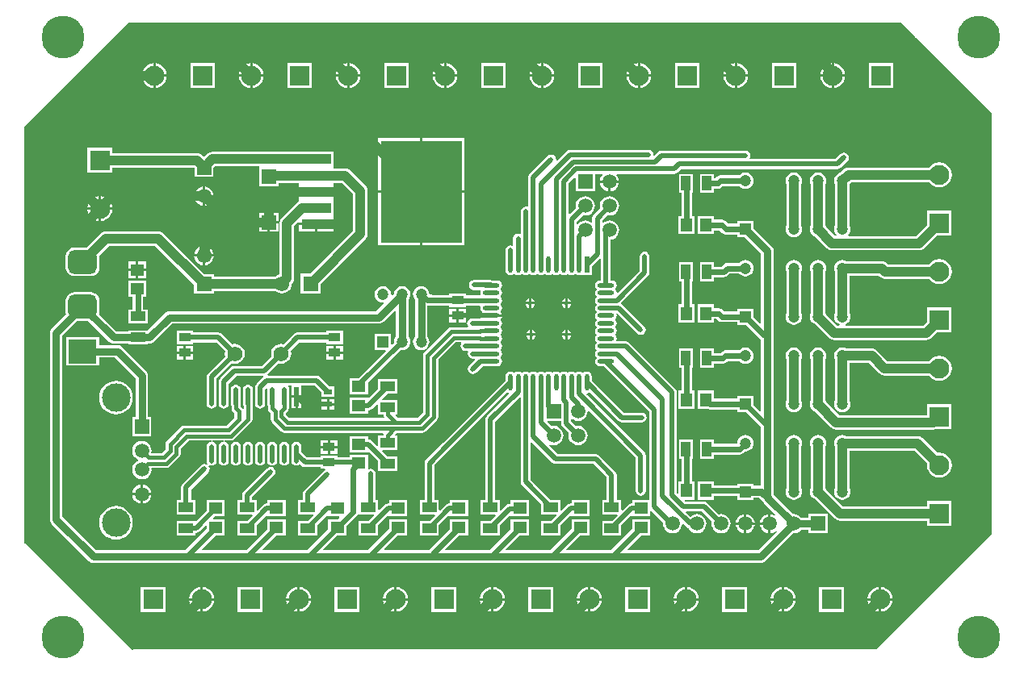
<source format=gtl>
%FSLAX25Y25*%
%MOIN*%
G70*
G01*
G75*
G04 Layer_Physical_Order=1*
G04 Layer_Color=255*
%ADD10R,0.33465X0.42126*%
%ADD11R,0.12205X0.04331*%
%ADD12R,0.05906X0.03937*%
%ADD13R,0.05512X0.04724*%
%ADD14R,0.05906X0.05906*%
%ADD15R,0.01969X0.07874*%
%ADD16O,0.01969X0.07874*%
%ADD17R,0.04921X0.03543*%
%ADD18R,0.03543X0.02362*%
%ADD19R,0.03937X0.05906*%
%ADD20R,0.04724X0.05512*%
%ADD21R,0.01969X0.06890*%
%ADD22O,0.01969X0.06890*%
%ADD23O,0.06890X0.01969*%
%ADD24C,0.03937*%
%ADD25C,0.01000*%
%ADD26C,0.02362*%
%ADD27C,0.03150*%
%ADD28C,0.01969*%
%ADD29C,0.01575*%
%ADD30C,0.17716*%
%ADD31R,0.08268X0.08268*%
%ADD32C,0.08268*%
%ADD33R,0.08268X0.08268*%
%ADD34R,0.06102X0.06102*%
%ADD35C,0.06102*%
%ADD36R,0.06102X0.06102*%
%ADD37C,0.05906*%
%ADD38C,0.04724*%
%ADD39R,0.04724X0.04724*%
G04:AMPARAMS|DCode=40|XSize=98.43mil|YSize=118.11mil|CornerRadius=24.61mil|HoleSize=0mil|Usage=FLASHONLY|Rotation=90.000|XOffset=0mil|YOffset=0mil|HoleType=Round|Shape=RoundedRectangle|*
%AMROUNDEDRECTD40*
21,1,0.09843,0.06890,0,0,90.0*
21,1,0.04921,0.11811,0,0,90.0*
1,1,0.04921,0.03445,0.02461*
1,1,0.04921,0.03445,-0.02461*
1,1,0.04921,-0.03445,-0.02461*
1,1,0.04921,-0.03445,0.02461*
%
%ADD40ROUNDEDRECTD40*%
%ADD41R,0.11811X0.09843*%
%ADD42C,0.11811*%
%ADD43C,0.04724*%
%ADD44R,0.04724X0.04724*%
%ADD45C,0.06200*%
%ADD46R,0.05906X0.05906*%
%ADD47C,0.01969*%
G36*
X562598Y440945D02*
X594095Y409449D01*
Y273622D01*
Y235433D01*
X592913Y234252D01*
X546457Y187795D01*
X239764D01*
X239370Y187402D01*
X194882Y231890D01*
Y355906D01*
Y403937D01*
X195276Y404331D01*
X237795Y446850D01*
X556693D01*
X562598Y440945D01*
D02*
G37*
%LPC*%
G36*
X324020Y274228D02*
X321059D01*
Y271957D01*
X324020D01*
Y274228D01*
D02*
G37*
G36*
X492500Y276391D02*
X491622Y276276D01*
X490804Y275937D01*
X490102Y275398D01*
X489563Y274696D01*
X489224Y273878D01*
X489109Y273000D01*
X487169Y272745D01*
X479598D01*
Y274474D01*
X473661D01*
Y266568D01*
X479598D01*
Y268297D01*
X490021D01*
X490021Y268297D01*
X490872Y268466D01*
X491593Y268948D01*
X492282Y269637D01*
X492500Y269609D01*
X493378Y269724D01*
X494196Y270063D01*
X494898Y270602D01*
X495437Y271304D01*
X495776Y272122D01*
X495891Y273000D01*
X495776Y273878D01*
X495437Y274696D01*
X494898Y275398D01*
X494196Y275937D01*
X493378Y276276D01*
X492500Y276391D01*
D02*
G37*
G36*
X320059Y274228D02*
X317098D01*
Y271957D01*
X320059D01*
Y274228D01*
D02*
G37*
G36*
Y270957D02*
X317098D01*
Y268685D01*
X320059D01*
Y270957D01*
D02*
G37*
G36*
X324020D02*
X321059D01*
Y268685D01*
X324020D01*
Y270957D01*
D02*
G37*
G36*
X225819Y316921D02*
X212008D01*
Y305079D01*
X225819D01*
Y308403D01*
X232302D01*
X240738Y299968D01*
Y283732D01*
X239382D01*
Y275827D01*
X247287D01*
Y283732D01*
X245932D01*
Y301043D01*
X245843Y301715D01*
X245584Y302342D01*
X245171Y302880D01*
X235214Y312836D01*
X234677Y313249D01*
X234050Y313509D01*
X233378Y313597D01*
X225819D01*
Y316921D01*
D02*
G37*
G36*
X319665Y288673D02*
X317394D01*
Y286992D01*
X319665D01*
Y288673D01*
D02*
G37*
G36*
X322937D02*
X320665D01*
Y286992D01*
X322937D01*
Y288673D01*
D02*
G37*
G36*
X512500Y312558D02*
X511622Y312442D01*
X510804Y312104D01*
X510102Y311565D01*
X509563Y310862D01*
X509224Y310044D01*
X509109Y309167D01*
X509224Y308289D01*
X509506Y307609D01*
Y290724D01*
X509224Y290044D01*
X509109Y289167D01*
X509224Y288289D01*
X509563Y287471D01*
X510102Y286769D01*
X510804Y286230D01*
X511622Y285891D01*
X512500Y285775D01*
X513378Y285891D01*
X514196Y286230D01*
X514898Y286769D01*
X515437Y287471D01*
X515776Y288289D01*
X515891Y289167D01*
X515776Y290044D01*
X515494Y290724D01*
Y307609D01*
X515776Y308289D01*
X515891Y309167D01*
X515776Y310044D01*
X515437Y310862D01*
X514898Y311565D01*
X514196Y312104D01*
X513378Y312442D01*
X512500Y312558D01*
D02*
G37*
G36*
X522500D02*
X521622Y312442D01*
X520804Y312104D01*
X520102Y311565D01*
X519563Y310862D01*
X519224Y310044D01*
X519109Y309167D01*
X519224Y308289D01*
X519506Y307609D01*
Y290724D01*
X519224Y290044D01*
X519109Y289167D01*
X519224Y288289D01*
X519563Y287471D01*
X520102Y286769D01*
X520804Y286230D01*
X521484Y285948D01*
X527857Y279576D01*
X528477Y279100D01*
X528838Y278950D01*
X529199Y278801D01*
X529974Y278699D01*
X570193D01*
X570968Y278801D01*
X571126Y278866D01*
X577634D01*
Y289134D01*
X567366D01*
Y284687D01*
X531214D01*
X525718Y290183D01*
X525494Y290724D01*
Y307609D01*
X525776Y308289D01*
X525891Y309167D01*
X525776Y310044D01*
X525437Y310862D01*
X524898Y311565D01*
X524196Y312104D01*
X523378Y312442D01*
X522500Y312558D01*
D02*
G37*
G36*
X232665Y298805D02*
X231312Y298672D01*
X230010Y298277D01*
X228810Y297636D01*
X227759Y296773D01*
X226896Y295721D01*
X226255Y294521D01*
X225860Y293220D01*
X225726Y291866D01*
X225860Y290512D01*
X226255Y289211D01*
X226896Y288011D01*
X227759Y286960D01*
X228810Y286097D01*
X230010Y285455D01*
X231312Y285061D01*
X232665Y284927D01*
X234019Y285061D01*
X235321Y285455D01*
X236520Y286097D01*
X237572Y286960D01*
X238435Y288011D01*
X239076Y289211D01*
X239471Y290512D01*
X239604Y291866D01*
X239471Y293220D01*
X239076Y294521D01*
X238435Y295721D01*
X237572Y296773D01*
X236520Y297636D01*
X235321Y298277D01*
X234019Y298672D01*
X232665Y298805D01*
D02*
G37*
G36*
X302173Y273677D02*
X301399Y273523D01*
X300743Y273084D01*
X300304Y272428D01*
X300150Y271654D01*
Y265748D01*
X300304Y264974D01*
X300743Y264317D01*
X301399Y263879D01*
X302173Y263725D01*
X302947Y263879D01*
X303604Y264317D01*
X304042Y264974D01*
X304196Y265748D01*
Y271654D01*
X304042Y272428D01*
X303604Y273084D01*
X302947Y273523D01*
X302173Y273677D01*
D02*
G37*
G36*
X512500Y276391D02*
X511622Y276276D01*
X510804Y275937D01*
X510102Y275398D01*
X509563Y274696D01*
X509224Y273878D01*
X509109Y273000D01*
X509224Y272122D01*
X509506Y271443D01*
Y254557D01*
X509224Y253878D01*
X509109Y253000D01*
X509224Y252122D01*
X509563Y251304D01*
X510102Y250602D01*
X510804Y250063D01*
X511622Y249724D01*
X512500Y249609D01*
X513378Y249724D01*
X514196Y250063D01*
X514898Y250602D01*
X515437Y251304D01*
X515776Y252122D01*
X515891Y253000D01*
X515776Y253878D01*
X515494Y254557D01*
Y271443D01*
X515776Y272122D01*
X515891Y273000D01*
X515776Y273878D01*
X515437Y274696D01*
X514898Y275398D01*
X514196Y275937D01*
X513378Y276276D01*
X512500Y276391D01*
D02*
G37*
G36*
X242835Y255945D02*
X242303Y255875D01*
X241341Y255476D01*
X240515Y254843D01*
X239882Y254017D01*
X239484Y253056D01*
X239414Y252524D01*
X242835D01*
Y255945D01*
D02*
G37*
G36*
X247256Y251524D02*
X243835D01*
Y248103D01*
X244367Y248173D01*
X245328Y248571D01*
X246154Y249204D01*
X246787Y250030D01*
X247186Y250992D01*
X247256Y251524D01*
D02*
G37*
G36*
X296543Y263244D02*
X295769Y263090D01*
X295113Y262651D01*
X285303Y252842D01*
X284865Y252185D01*
X284711Y251411D01*
Y249606D01*
X282781D01*
Y243669D01*
X288912D01*
X289104Y243207D01*
X286841Y240945D01*
X282781D01*
Y235008D01*
X290687D01*
Y239068D01*
X294749Y243130D01*
X295211Y242939D01*
Y242724D01*
X302723D01*
Y249449D01*
X295211D01*
Y248110D01*
X294844D01*
X294070Y247956D01*
X293413Y247517D01*
X291148Y245252D01*
X290687Y245444D01*
Y249606D01*
X288757D01*
Y250573D01*
X297974Y259790D01*
X298412Y260446D01*
X298566Y261221D01*
X298412Y261995D01*
X297974Y262651D01*
X297318Y263090D01*
X296543Y263244D01*
D02*
G37*
G36*
X242835Y251524D02*
X239414D01*
X239484Y250992D01*
X239882Y250030D01*
X240515Y249204D01*
X241341Y248571D01*
X242303Y248173D01*
X242835Y248103D01*
Y251524D01*
D02*
G37*
G36*
X243835Y255945D02*
Y252524D01*
X247256D01*
X247186Y253056D01*
X246787Y254017D01*
X246154Y254843D01*
X245328Y255476D01*
X244367Y255875D01*
X243835Y255945D01*
D02*
G37*
G36*
X292173Y273677D02*
X291399Y273523D01*
X290743Y273084D01*
X290304Y272428D01*
X290150Y271654D01*
Y265748D01*
X290304Y264974D01*
X290743Y264317D01*
X291399Y263879D01*
X292173Y263725D01*
X292947Y263879D01*
X293604Y264317D01*
X294042Y264974D01*
X294196Y265748D01*
Y271654D01*
X294042Y272428D01*
X293604Y273084D01*
X292947Y273523D01*
X292173Y273677D01*
D02*
G37*
G36*
X297173D02*
X296399Y273523D01*
X295743Y273084D01*
X295304Y272428D01*
X295150Y271654D01*
Y265748D01*
X295304Y264974D01*
X295743Y264317D01*
X296399Y263879D01*
X297173Y263725D01*
X297947Y263879D01*
X298604Y264317D01*
X299042Y264974D01*
X299196Y265748D01*
Y271654D01*
X299042Y272428D01*
X298604Y273084D01*
X297947Y273523D01*
X297173Y273677D01*
D02*
G37*
G36*
X287173D02*
X286399Y273523D01*
X285743Y273084D01*
X285304Y272428D01*
X285150Y271654D01*
Y265748D01*
X285304Y264974D01*
X285743Y264317D01*
X286399Y263879D01*
X287173Y263725D01*
X287947Y263879D01*
X288604Y264317D01*
X289042Y264974D01*
X289196Y265748D01*
Y271654D01*
X289042Y272428D01*
X288604Y273084D01*
X287947Y273523D01*
X287173Y273677D01*
D02*
G37*
G36*
X532500Y276391D02*
X531622Y276276D01*
X530804Y275937D01*
X530102Y275398D01*
X529563Y274696D01*
X529224Y273878D01*
X529109Y273000D01*
X529224Y272122D01*
X529506Y271443D01*
Y254557D01*
X529224Y253878D01*
X529109Y253000D01*
X529224Y252122D01*
X529563Y251304D01*
X530102Y250602D01*
X530804Y250063D01*
X531622Y249724D01*
X532500Y249609D01*
X533378Y249724D01*
X534196Y250063D01*
X534898Y250602D01*
X535437Y251304D01*
X535776Y252122D01*
X535891Y253000D01*
X535776Y253878D01*
X535494Y254557D01*
Y270006D01*
X562260D01*
X567432Y264834D01*
X567322Y264000D01*
X567498Y262660D01*
X568016Y261411D01*
X568839Y260338D01*
X569911Y259516D01*
X571160Y258998D01*
X572500Y258822D01*
X573840Y258998D01*
X575089Y259516D01*
X576161Y260338D01*
X576984Y261411D01*
X577502Y262660D01*
X577678Y264000D01*
X577502Y265340D01*
X576984Y266589D01*
X576161Y267661D01*
X575089Y268484D01*
X573840Y269002D01*
X572500Y269178D01*
X571666Y269068D01*
X565617Y275117D01*
X564997Y275593D01*
X564486Y275804D01*
X564275Y275892D01*
X563500Y275994D01*
X534057D01*
X533378Y276276D01*
X532500Y276391D01*
D02*
G37*
G36*
X282173Y273677D02*
X281399Y273523D01*
X280743Y273084D01*
X280304Y272428D01*
X280150Y271654D01*
Y265748D01*
X280304Y264974D01*
X280743Y264317D01*
X281399Y263879D01*
X282173Y263725D01*
X282947Y263879D01*
X283604Y264317D01*
X284042Y264974D01*
X284196Y265748D01*
Y271654D01*
X284042Y272428D01*
X283604Y273084D01*
X282947Y273523D01*
X282173Y273677D01*
D02*
G37*
G36*
X287173Y297299D02*
X286399Y297145D01*
X285743Y296706D01*
X285304Y296050D01*
X285150Y295276D01*
Y289370D01*
X285304Y288596D01*
X285351Y288526D01*
Y287326D01*
X284872Y287181D01*
X284675Y287477D01*
X284674Y287477D01*
X283996Y288156D01*
Y288526D01*
X284042Y288596D01*
X284196Y289370D01*
Y295276D01*
X284042Y296050D01*
X283604Y296706D01*
X282947Y297145D01*
X282173Y297299D01*
X281399Y297145D01*
X280743Y296706D01*
X280304Y296050D01*
X280150Y295276D01*
Y289370D01*
X280304Y288596D01*
X280351Y288526D01*
Y287401D01*
X280351Y287401D01*
X280489Y286704D01*
X280885Y286112D01*
X281563Y285434D01*
Y283629D01*
X278300Y280366D01*
X260831D01*
X260134Y280227D01*
X259542Y279832D01*
X259542Y279832D01*
X253703Y273993D01*
X253308Y273402D01*
X253170Y272704D01*
X253170Y272704D01*
Y270522D01*
X251596Y268948D01*
X247570D01*
X247241Y269324D01*
X247322Y269937D01*
X247186Y270969D01*
X246787Y271930D01*
X246154Y272756D01*
X245328Y273390D01*
X244367Y273788D01*
X243335Y273924D01*
X242303Y273788D01*
X241341Y273390D01*
X240515Y272756D01*
X239882Y271930D01*
X239484Y270969D01*
X239348Y269937D01*
X239484Y268905D01*
X239882Y267944D01*
X240515Y267118D01*
X241341Y266484D01*
X241907Y266250D01*
Y265750D01*
X241341Y265516D01*
X240515Y264882D01*
X239882Y264056D01*
X239484Y263095D01*
X239348Y262063D01*
X239484Y261031D01*
X239882Y260070D01*
X240515Y259244D01*
X241341Y258610D01*
X242303Y258212D01*
X243335Y258076D01*
X244367Y258212D01*
X245328Y258610D01*
X246154Y259244D01*
X246787Y260070D01*
X247186Y261031D01*
X247322Y262063D01*
X247283Y262353D01*
X247613Y262729D01*
X253417D01*
X253417Y262729D01*
X254115Y262867D01*
X254706Y263263D01*
X258856Y267412D01*
X258856Y267412D01*
X259092Y267767D01*
X259251Y268003D01*
X259389Y268701D01*
X259389Y268701D01*
X259389Y268701D01*
Y268701D01*
Y270883D01*
X262652Y274146D01*
X271983D01*
X272032Y273649D01*
X272032Y273649D01*
X272032D01*
X271399Y273523D01*
X270743Y273084D01*
X270304Y272428D01*
X270150Y271654D01*
Y265748D01*
X270304Y264974D01*
X270617Y264505D01*
X270264Y264151D01*
X270085Y264271D01*
X269311Y264425D01*
X268537Y264271D01*
X267881Y263832D01*
X260207Y256159D01*
X259769Y255503D01*
X259615Y254728D01*
Y249606D01*
X257685D01*
Y243669D01*
X265591D01*
Y249606D01*
X263661D01*
Y253890D01*
X270742Y260971D01*
X271180Y261627D01*
X271334Y262402D01*
X271180Y263176D01*
X270867Y263645D01*
X271220Y263998D01*
X271399Y263879D01*
X272173Y263725D01*
X272947Y263879D01*
X273604Y264317D01*
X274042Y264974D01*
X274196Y265748D01*
Y271654D01*
X274042Y272428D01*
X273604Y273084D01*
X272947Y273523D01*
X272315Y273649D01*
X272364Y274146D01*
X276983D01*
X277032Y273649D01*
X277032Y273649D01*
X277032D01*
X276399Y273523D01*
X275743Y273084D01*
X275304Y272428D01*
X275150Y271654D01*
Y265748D01*
X275304Y264974D01*
X275743Y264317D01*
X276399Y263879D01*
X277173Y263725D01*
X277947Y263879D01*
X278604Y264317D01*
X279042Y264974D01*
X279196Y265748D01*
Y271654D01*
X279042Y272428D01*
X278604Y273084D01*
X277947Y273523D01*
X277315Y273649D01*
X277364Y274146D01*
X280122D01*
X280122Y274146D01*
X280819Y274285D01*
X281410Y274680D01*
X288462Y281731D01*
X288462Y281731D01*
X288699Y282086D01*
X288857Y282323D01*
X288996Y283020D01*
Y288526D01*
X289042Y288596D01*
X289196Y289370D01*
Y295276D01*
X289042Y296050D01*
X288604Y296706D01*
X287947Y297145D01*
X287173Y297299D01*
D02*
G37*
G36*
X492500Y312558D02*
X491622Y312442D01*
X490804Y312104D01*
X490102Y311565D01*
X489968Y311390D01*
X484253D01*
X484253Y311390D01*
X483402Y311221D01*
X483113Y311028D01*
X482681Y310739D01*
X482681Y310739D01*
X482310Y310369D01*
X479598D01*
Y312098D01*
X473661D01*
Y304192D01*
X479598D01*
Y305921D01*
X483232D01*
X483232Y305921D01*
X484083Y306090D01*
X484804Y306573D01*
X485174Y306943D01*
X489968D01*
X490102Y306769D01*
X490804Y306230D01*
X491622Y305891D01*
X492500Y305775D01*
X493378Y305891D01*
X494196Y306230D01*
X494898Y306769D01*
X495437Y307471D01*
X495776Y308289D01*
X495891Y309167D01*
X495776Y310044D01*
X495437Y310862D01*
X494898Y311565D01*
X494196Y312104D01*
X493378Y312442D01*
X492500Y312558D01*
D02*
G37*
G36*
X403524Y317413D02*
X402100D01*
X402154Y317139D01*
X402593Y316483D01*
X403249Y316044D01*
X403524Y315990D01*
Y317413D01*
D02*
G37*
G36*
X326382Y313205D02*
X323421D01*
Y310933D01*
X326382D01*
Y313205D01*
D02*
G37*
G36*
X264571D02*
X261610D01*
Y310933D01*
X264571D01*
Y313205D01*
D02*
G37*
G36*
X322421D02*
X319461D01*
Y310933D01*
X322421D01*
Y313205D01*
D02*
G37*
G36*
X405947Y317413D02*
X404524D01*
Y315990D01*
X404798Y316044D01*
X405454Y316483D01*
X405893Y317139D01*
X405947Y317413D01*
D02*
G37*
G36*
X404524Y319837D02*
Y318413D01*
X405947D01*
X405893Y318688D01*
X405454Y319344D01*
X404798Y319782D01*
X404524Y319837D01*
D02*
G37*
G36*
X418090D02*
X417816Y319782D01*
X417160Y319344D01*
X416721Y318688D01*
X416667Y318413D01*
X418090D01*
Y319837D01*
D02*
G37*
G36*
X403524D02*
X403249Y319782D01*
X402593Y319344D01*
X402154Y318688D01*
X402100Y318413D01*
X403524D01*
Y319837D01*
D02*
G37*
G36*
X418090Y317413D02*
X416667D01*
X416721Y317139D01*
X417160Y316483D01*
X417816Y316044D01*
X418090Y315990D01*
Y317413D01*
D02*
G37*
G36*
X420514D02*
X419091D01*
Y315990D01*
X419365Y316044D01*
X420021Y316483D01*
X420460Y317139D01*
X420514Y317413D01*
D02*
G37*
G36*
X260610Y313205D02*
X257650D01*
Y310933D01*
X260610D01*
Y313205D01*
D02*
G37*
G36*
X319665Y291354D02*
X317394D01*
Y289673D01*
X319665D01*
Y291354D01*
D02*
G37*
G36*
X322937D02*
X320665D01*
Y289673D01*
X322937D01*
Y291354D01*
D02*
G37*
G36*
X309157Y291823D02*
X307673D01*
Y287386D01*
X309157D01*
Y291823D01*
D02*
G37*
G36*
X470937Y312098D02*
X465000D01*
Y304192D01*
X465981D01*
Y294774D01*
X464843D01*
Y287262D01*
X471567D01*
Y294774D01*
X470429D01*
Y304192D01*
X470937D01*
Y312098D01*
D02*
G37*
G36*
X306673Y291823D02*
X305189D01*
Y287386D01*
X306673D01*
Y291823D01*
D02*
G37*
G36*
X532500Y312558D02*
X531622Y312442D01*
X530804Y312104D01*
X530102Y311565D01*
X529563Y310862D01*
X529224Y310044D01*
X529109Y309167D01*
X529224Y308289D01*
X529506Y307609D01*
Y290724D01*
X529224Y290044D01*
X529109Y289167D01*
X529224Y288289D01*
X529563Y287471D01*
X530102Y286769D01*
X530804Y286230D01*
X531622Y285891D01*
X532500Y285775D01*
X533378Y285891D01*
X534196Y286230D01*
X534898Y286769D01*
X535437Y287471D01*
X535776Y288289D01*
X535891Y289167D01*
X535776Y290044D01*
X535494Y290724D01*
Y306172D01*
X543420D01*
X547710Y301883D01*
X548330Y301407D01*
X548629Y301283D01*
X549052Y301108D01*
X549827Y301006D01*
X568326D01*
X568839Y300339D01*
X569911Y299516D01*
X571160Y298998D01*
X572500Y298822D01*
X573840Y298998D01*
X575089Y299516D01*
X576161Y300339D01*
X576984Y301411D01*
X577502Y302660D01*
X577678Y304000D01*
X577502Y305340D01*
X576984Y306589D01*
X576161Y307662D01*
X575089Y308484D01*
X573840Y309002D01*
X572500Y309178D01*
X571160Y309002D01*
X569911Y308484D01*
X568839Y307662D01*
X568326Y306994D01*
X551067D01*
X546777Y311284D01*
X546157Y311760D01*
X545647Y311971D01*
X545435Y312059D01*
X544660Y312161D01*
X534057D01*
X533378Y312442D01*
X532500Y312558D01*
D02*
G37*
G36*
X322421Y309933D02*
X319461D01*
Y307661D01*
X322421D01*
Y309933D01*
D02*
G37*
G36*
X326382D02*
X323421D01*
Y307661D01*
X326382D01*
Y309933D01*
D02*
G37*
G36*
X264571D02*
X261610D01*
Y307661D01*
X264571D01*
Y309933D01*
D02*
G37*
G36*
Y319504D02*
X257650D01*
Y313961D01*
X264571D01*
Y314709D01*
X274131D01*
X277685Y311154D01*
X277667Y311110D01*
X277526Y310039D01*
X277667Y308969D01*
X277685Y308925D01*
X270743Y301982D01*
X270304Y301325D01*
X270150Y300551D01*
Y295276D01*
Y292323D01*
Y289370D01*
X270304Y288596D01*
X270743Y287940D01*
X271399Y287501D01*
X272173Y287347D01*
X272947Y287501D01*
X273604Y287940D01*
X274042Y288596D01*
X274196Y289370D01*
Y295276D01*
Y299713D01*
X280546Y306063D01*
X280591Y306045D01*
X281661Y305904D01*
X282732Y306045D01*
X283729Y306458D01*
X284586Y307115D01*
X285243Y307972D01*
X285656Y308969D01*
X285797Y310039D01*
X285656Y311110D01*
X285243Y312107D01*
X284586Y312964D01*
X283729Y313621D01*
X282732Y314034D01*
X281661Y314175D01*
X280591Y314034D01*
X280546Y314015D01*
X276399Y318163D01*
X275743Y318601D01*
X274969Y318755D01*
X264571D01*
Y319504D01*
D02*
G37*
G36*
X260610Y309933D02*
X257650D01*
Y307661D01*
X260610D01*
Y309933D01*
D02*
G37*
G36*
X501941Y243685D02*
X501409Y243615D01*
X500448Y243216D01*
X499622Y242583D01*
X498988Y241757D01*
X498590Y240796D01*
X498520Y240264D01*
X501941D01*
Y243685D01*
D02*
G37*
G36*
X393112Y208000D02*
X388500D01*
Y203388D01*
X389340Y203498D01*
X390589Y204016D01*
X391662Y204838D01*
X392484Y205911D01*
X393002Y207160D01*
X393112Y208000D01*
D02*
G37*
G36*
X427500D02*
X422888D01*
X422998Y207160D01*
X423516Y205911D01*
X424338Y204838D01*
X425411Y204016D01*
X426660Y203498D01*
X427500Y203388D01*
Y208000D01*
D02*
G37*
G36*
X387500D02*
X382888D01*
X382998Y207160D01*
X383516Y205911D01*
X384338Y204838D01*
X385411Y204016D01*
X386660Y203498D01*
X387500Y203388D01*
Y208000D01*
D02*
G37*
G36*
X347500D02*
X342888D01*
X342998Y207160D01*
X343516Y205911D01*
X344338Y204838D01*
X345411Y204016D01*
X346660Y203498D01*
X347500Y203388D01*
Y208000D01*
D02*
G37*
G36*
X353112D02*
X348500D01*
Y203388D01*
X349340Y203498D01*
X350589Y204016D01*
X351661Y204838D01*
X352484Y205911D01*
X353002Y207160D01*
X353112Y208000D01*
D02*
G37*
G36*
X433112D02*
X428500D01*
Y203388D01*
X429340Y203498D01*
X430589Y204016D01*
X431662Y204838D01*
X432484Y205911D01*
X433002Y207160D01*
X433112Y208000D01*
D02*
G37*
G36*
X513112D02*
X508500D01*
Y203388D01*
X509340Y203498D01*
X510589Y204016D01*
X511661Y204838D01*
X512484Y205911D01*
X513002Y207160D01*
X513112Y208000D01*
D02*
G37*
G36*
X547500D02*
X542888D01*
X542998Y207160D01*
X543516Y205911D01*
X544339Y204838D01*
X545411Y204016D01*
X546660Y203498D01*
X547500Y203388D01*
Y208000D01*
D02*
G37*
G36*
X507500D02*
X502888D01*
X502998Y207160D01*
X503516Y205911D01*
X504339Y204838D01*
X505411Y204016D01*
X506660Y203498D01*
X507500Y203388D01*
Y208000D01*
D02*
G37*
G36*
X467500D02*
X462888D01*
X462998Y207160D01*
X463516Y205911D01*
X464338Y204838D01*
X465411Y204016D01*
X466660Y203498D01*
X467500Y203388D01*
Y208000D01*
D02*
G37*
G36*
X473112D02*
X468500D01*
Y203388D01*
X469340Y203498D01*
X470589Y204016D01*
X471662Y204838D01*
X472484Y205911D01*
X473002Y207160D01*
X473112Y208000D01*
D02*
G37*
G36*
X313112D02*
X308500D01*
Y203388D01*
X309340Y203498D01*
X310589Y204016D01*
X311662Y204838D01*
X312484Y205911D01*
X313002Y207160D01*
X313112Y208000D01*
D02*
G37*
G36*
X373134Y213634D02*
X362866D01*
Y203366D01*
X373134D01*
Y213634D01*
D02*
G37*
G36*
X413134D02*
X402866D01*
Y203366D01*
X413134D01*
Y213634D01*
D02*
G37*
G36*
X333134D02*
X322866D01*
Y203366D01*
X333134D01*
Y213634D01*
D02*
G37*
G36*
X253134D02*
X242866D01*
Y203366D01*
X253134D01*
Y213634D01*
D02*
G37*
G36*
X293134D02*
X282866D01*
Y203366D01*
X293134D01*
Y213634D01*
D02*
G37*
G36*
X453134D02*
X442866D01*
Y203366D01*
X453134D01*
Y213634D01*
D02*
G37*
G36*
X273112Y208000D02*
X268500D01*
Y203388D01*
X269340Y203498D01*
X270589Y204016D01*
X271661Y204838D01*
X272484Y205911D01*
X273002Y207160D01*
X273112Y208000D01*
D02*
G37*
G36*
X307500D02*
X302888D01*
X302998Y207160D01*
X303516Y205911D01*
X304339Y204838D01*
X305411Y204016D01*
X306660Y203498D01*
X307500Y203388D01*
Y208000D01*
D02*
G37*
G36*
X267500D02*
X262888D01*
X262998Y207160D01*
X263516Y205911D01*
X264338Y204838D01*
X265411Y204016D01*
X266660Y203498D01*
X267500Y203388D01*
Y208000D01*
D02*
G37*
G36*
X493134Y213634D02*
X482866D01*
Y203366D01*
X493134D01*
Y213634D01*
D02*
G37*
G36*
X533134D02*
X522866D01*
Y203366D01*
X533134D01*
Y213634D01*
D02*
G37*
G36*
X553112Y208000D02*
X548500D01*
Y203388D01*
X549340Y203498D01*
X550589Y204016D01*
X551661Y204838D01*
X552484Y205911D01*
X553002Y207160D01*
X553112Y208000D01*
D02*
G37*
G36*
X548500Y213612D02*
Y209000D01*
X553112D01*
X553002Y209840D01*
X552484Y211089D01*
X551661Y212161D01*
X550589Y212984D01*
X549340Y213502D01*
X548500Y213612D01*
D02*
G37*
G36*
X232665Y247073D02*
X231312Y246939D01*
X230010Y246545D01*
X228810Y245903D01*
X227759Y245040D01*
X226896Y243989D01*
X226255Y242789D01*
X225860Y241488D01*
X225726Y240134D01*
X225860Y238780D01*
X226255Y237478D01*
X226896Y236279D01*
X227759Y235227D01*
X228810Y234364D01*
X230010Y233723D01*
X231312Y233328D01*
X232665Y233195D01*
X234019Y233328D01*
X235321Y233723D01*
X236520Y234364D01*
X237572Y235227D01*
X238435Y236279D01*
X239076Y237478D01*
X239471Y238780D01*
X239604Y240134D01*
X239471Y241488D01*
X239076Y242789D01*
X238435Y243989D01*
X237572Y245040D01*
X236520Y245903D01*
X235321Y246545D01*
X234019Y246939D01*
X232665Y247073D01*
D02*
G37*
G36*
X547500Y213612D02*
X546660Y213502D01*
X545411Y212984D01*
X544339Y212161D01*
X543516Y211089D01*
X542998Y209840D01*
X542888Y209000D01*
X547500D01*
Y213612D01*
D02*
G37*
G36*
X507500D02*
X506660Y213502D01*
X505411Y212984D01*
X504339Y212161D01*
X503516Y211089D01*
X502998Y209840D01*
X502888Y209000D01*
X507500D01*
Y213612D01*
D02*
G37*
G36*
X508500D02*
Y209000D01*
X513112D01*
X513002Y209840D01*
X512484Y211089D01*
X511661Y212161D01*
X510589Y212984D01*
X509340Y213502D01*
X508500Y213612D01*
D02*
G37*
G36*
X491941Y239264D02*
X488520D01*
X488590Y238732D01*
X488988Y237770D01*
X489622Y236945D01*
X490448Y236311D01*
X491409Y235913D01*
X491941Y235843D01*
Y239264D01*
D02*
G37*
G36*
Y243685D02*
X491409Y243615D01*
X490448Y243216D01*
X489622Y242583D01*
X488988Y241757D01*
X488590Y240796D01*
X488520Y240264D01*
X491941D01*
Y243685D01*
D02*
G37*
G36*
X492941D02*
Y240264D01*
X496362D01*
X496292Y240796D01*
X495894Y241757D01*
X495260Y242583D01*
X494434Y243216D01*
X493473Y243615D01*
X492941Y243685D01*
D02*
G37*
G36*
X522500Y276391D02*
X521622Y276276D01*
X520804Y275937D01*
X520102Y275398D01*
X519563Y274696D01*
X519224Y273878D01*
X519109Y273000D01*
X519224Y272122D01*
X519506Y271443D01*
Y254557D01*
X519224Y253878D01*
X519109Y253000D01*
X519224Y252122D01*
X519563Y251304D01*
X520102Y250602D01*
X520804Y250063D01*
X521484Y249782D01*
X529383Y241883D01*
X530003Y241407D01*
X530514Y241196D01*
X530725Y241108D01*
X531500Y241006D01*
X567366D01*
Y238866D01*
X577634D01*
Y249134D01*
X567366D01*
Y246994D01*
X532740D01*
X525718Y254016D01*
X525494Y254557D01*
Y271443D01*
X525776Y272122D01*
X525891Y273000D01*
X525776Y273878D01*
X525437Y274696D01*
X524898Y275398D01*
X524196Y275937D01*
X523378Y276276D01*
X522500Y276391D01*
D02*
G37*
G36*
X496362Y239264D02*
X492941D01*
Y235843D01*
X493473Y235913D01*
X494434Y236311D01*
X495260Y236945D01*
X495894Y237770D01*
X496292Y238732D01*
X496362Y239264D01*
D02*
G37*
G36*
X501941D02*
X498520D01*
X498590Y238732D01*
X498988Y237770D01*
X499622Y236945D01*
X500448Y236311D01*
X501409Y235913D01*
X501941Y235843D01*
Y239264D01*
D02*
G37*
G36*
X468500Y213612D02*
Y209000D01*
X473112D01*
X473002Y209840D01*
X472484Y211089D01*
X471662Y212161D01*
X470589Y212984D01*
X469340Y213502D01*
X468500Y213612D01*
D02*
G37*
G36*
X308500D02*
Y209000D01*
X313112D01*
X313002Y209840D01*
X312484Y211089D01*
X311662Y212161D01*
X310589Y212984D01*
X309340Y213502D01*
X308500Y213612D01*
D02*
G37*
G36*
X347500D02*
X346660Y213502D01*
X345411Y212984D01*
X344338Y212161D01*
X343516Y211089D01*
X342998Y209840D01*
X342888Y209000D01*
X347500D01*
Y213612D01*
D02*
G37*
G36*
X307500D02*
X306660Y213502D01*
X305411Y212984D01*
X304339Y212161D01*
X303516Y211089D01*
X302998Y209840D01*
X302888Y209000D01*
X307500D01*
Y213612D01*
D02*
G37*
G36*
X267500D02*
X266660Y213502D01*
X265411Y212984D01*
X264338Y212161D01*
X263516Y211089D01*
X262998Y209840D01*
X262888Y209000D01*
X267500D01*
Y213612D01*
D02*
G37*
G36*
X268500D02*
Y209000D01*
X273112D01*
X273002Y209840D01*
X272484Y211089D01*
X271661Y212161D01*
X270589Y212984D01*
X269340Y213502D01*
X268500Y213612D01*
D02*
G37*
G36*
X348500D02*
Y209000D01*
X353112D01*
X353002Y209840D01*
X352484Y211089D01*
X351661Y212161D01*
X350589Y212984D01*
X349340Y213502D01*
X348500Y213612D01*
D02*
G37*
G36*
X428500D02*
Y209000D01*
X433112D01*
X433002Y209840D01*
X432484Y211089D01*
X431662Y212161D01*
X430589Y212984D01*
X429340Y213502D01*
X428500Y213612D01*
D02*
G37*
G36*
X467500D02*
X466660Y213502D01*
X465411Y212984D01*
X464338Y212161D01*
X463516Y211089D01*
X462998Y209840D01*
X462888Y209000D01*
X467500D01*
Y213612D01*
D02*
G37*
G36*
X427500D02*
X426660Y213502D01*
X425411Y212984D01*
X424338Y212161D01*
X423516Y211089D01*
X422998Y209840D01*
X422888Y209000D01*
X427500D01*
Y213612D01*
D02*
G37*
G36*
X387500D02*
X386660Y213502D01*
X385411Y212984D01*
X384338Y212161D01*
X383516Y211089D01*
X382998Y209840D01*
X382888Y209000D01*
X387500D01*
Y213612D01*
D02*
G37*
G36*
X388500D02*
Y209000D01*
X393112D01*
X393002Y209840D01*
X392484Y211089D01*
X391662Y212161D01*
X390589Y212984D01*
X389340Y213502D01*
X388500Y213612D01*
D02*
G37*
G36*
X513634Y430134D02*
X503366D01*
Y419866D01*
X513634D01*
Y430134D01*
D02*
G37*
G36*
X368000Y424500D02*
X363388D01*
X363498Y423660D01*
X364016Y422411D01*
X364839Y421339D01*
X365911Y420516D01*
X367160Y419998D01*
X368000Y419888D01*
Y424500D01*
D02*
G37*
G36*
X373612D02*
X369000D01*
Y419888D01*
X369840Y419998D01*
X371089Y420516D01*
X372162Y421339D01*
X372984Y422411D01*
X373502Y423660D01*
X373612Y424500D01*
D02*
G37*
G36*
X393634Y430134D02*
X383366D01*
Y419866D01*
X393634D01*
Y430134D01*
D02*
G37*
G36*
X433634D02*
X423366D01*
Y419866D01*
X433634D01*
Y430134D01*
D02*
G37*
G36*
X473634D02*
X463366D01*
Y419866D01*
X473634D01*
Y430134D01*
D02*
G37*
G36*
X253612Y424500D02*
X249000D01*
Y419888D01*
X249840Y419998D01*
X251089Y420516D01*
X252162Y421339D01*
X252984Y422411D01*
X253502Y423660D01*
X253612Y424500D01*
D02*
G37*
G36*
X288000D02*
X283388D01*
X283498Y423660D01*
X284016Y422411D01*
X284839Y421339D01*
X285911Y420516D01*
X287160Y419998D01*
X288000Y419888D01*
Y424500D01*
D02*
G37*
G36*
X293612D02*
X289000D01*
Y419888D01*
X289840Y419998D01*
X291089Y420516D01*
X292161Y421339D01*
X292984Y422411D01*
X293502Y423660D01*
X293612Y424500D01*
D02*
G37*
G36*
X408000Y424500D02*
X403388D01*
X403498Y423660D01*
X404016Y422411D01*
X404839Y421339D01*
X405911Y420516D01*
X407160Y419998D01*
X408000Y419888D01*
Y424500D01*
D02*
G37*
G36*
X413612D02*
X409000D01*
Y419888D01*
X409840Y419998D01*
X411089Y420516D01*
X412161Y421339D01*
X412984Y422411D01*
X413502Y423660D01*
X413612Y424500D01*
D02*
G37*
G36*
X248000Y424500D02*
X243388D01*
X243498Y423660D01*
X244016Y422411D01*
X244839Y421339D01*
X245911Y420516D01*
X247160Y419998D01*
X248000Y419888D01*
Y424500D01*
D02*
G37*
G36*
X440299Y380602D02*
X436878D01*
Y377181D01*
X437410Y377251D01*
X438371Y377650D01*
X439197Y378283D01*
X439831Y379109D01*
X440229Y380070D01*
X440299Y380602D01*
D02*
G37*
G36*
X358154Y399063D02*
X340921D01*
Y377500D01*
X358154D01*
Y399063D01*
D02*
G37*
G36*
X376386D02*
X359154D01*
Y377500D01*
X376386D01*
Y399063D01*
D02*
G37*
G36*
X268500Y379110D02*
X267968Y379040D01*
X267007Y378642D01*
X266181Y378008D01*
X265547Y377182D01*
X265149Y376221D01*
X265079Y375689D01*
X268500D01*
Y379110D01*
D02*
G37*
G36*
X269500D02*
Y375689D01*
X272921D01*
X272851Y376221D01*
X272453Y377182D01*
X271819Y378008D01*
X270993Y378642D01*
X270032Y379040D01*
X269500Y379110D01*
D02*
G37*
G36*
X435878Y380602D02*
X432457D01*
X432527Y380070D01*
X432925Y379109D01*
X433559Y378283D01*
X434384Y377650D01*
X435346Y377251D01*
X435878Y377181D01*
Y380602D01*
D02*
G37*
G36*
X273634Y430134D02*
X263366D01*
Y419866D01*
X273634D01*
Y430134D01*
D02*
G37*
G36*
X313634D02*
X303366D01*
Y419866D01*
X313634D01*
Y430134D01*
D02*
G37*
G36*
X353634D02*
X343366D01*
Y419866D01*
X353634D01*
Y430134D01*
D02*
G37*
G36*
X492500Y384891D02*
X491622Y384776D01*
X490804Y384437D01*
X490102Y383898D01*
X489968Y383724D01*
X482177D01*
X482177Y383724D01*
X481326Y383555D01*
X480605Y383072D01*
X480605Y383072D01*
X480150Y382617D01*
X479598D01*
Y384346D01*
X473661D01*
Y376441D01*
X479598D01*
Y378170D01*
X481071D01*
X481071Y378170D01*
X481922Y378339D01*
X482643Y378821D01*
X483098Y379276D01*
X489968D01*
X490102Y379102D01*
X490804Y378563D01*
X491622Y378224D01*
X492500Y378109D01*
X493378Y378224D01*
X494196Y378563D01*
X494898Y379102D01*
X495437Y379804D01*
X495776Y380622D01*
X495891Y381500D01*
X495776Y382378D01*
X495437Y383196D01*
X494898Y383898D01*
X494196Y384437D01*
X493378Y384776D01*
X492500Y384891D01*
D02*
G37*
G36*
X452449Y394346D02*
X420147D01*
X419373Y394192D01*
X418717Y393753D01*
X414674Y389711D01*
X414233Y389947D01*
X414315Y390354D01*
X414160Y391128D01*
X413722Y391785D01*
X413066Y392224D01*
X412291Y392377D01*
X411517Y392224D01*
X410861Y391785D01*
X403522Y384446D01*
X403084Y383790D01*
X402930Y383016D01*
Y371036D01*
X402543Y370718D01*
X401803Y370866D01*
X401029Y370712D01*
X400373Y370273D01*
X399934Y369617D01*
X399780Y368843D01*
Y359870D01*
X399394Y359553D01*
X398654Y359700D01*
X397879Y359546D01*
X397223Y359108D01*
X396784Y358451D01*
X396630Y357677D01*
Y355004D01*
X396244Y354687D01*
X395504Y354834D01*
X394730Y354680D01*
X394073Y354242D01*
X393635Y353585D01*
X393481Y352811D01*
Y349461D01*
Y347000D01*
Y344539D01*
X393635Y343765D01*
X394073Y343109D01*
X394730Y342670D01*
X395504Y342516D01*
X396278Y342670D01*
X396934Y343109D01*
X397223D01*
X397879Y342670D01*
X398654Y342516D01*
X399428Y342670D01*
X400084Y343109D01*
X400373D01*
X401029Y342670D01*
X401803Y342516D01*
X402577Y342670D01*
X403234Y343109D01*
X403522D01*
X404178Y342670D01*
X404953Y342516D01*
X405727Y342670D01*
X406383Y343109D01*
X406672D01*
X407328Y342670D01*
X408102Y342516D01*
X408877Y342670D01*
X409533Y343109D01*
X409821D01*
X410478Y342670D01*
X411252Y342516D01*
X412026Y342670D01*
X412682Y343109D01*
X412971D01*
X413627Y342670D01*
X414402Y342516D01*
X415176Y342670D01*
X415832Y343109D01*
X416121D01*
X416777Y342670D01*
X417551Y342516D01*
X418325Y342670D01*
X418982Y343109D01*
X419270D01*
X419927Y342670D01*
X420701Y342516D01*
X421475Y342670D01*
X422131Y343109D01*
X422420D01*
X423076Y342670D01*
X423850Y342516D01*
X424625Y342670D01*
X424703Y342722D01*
X425016Y342555D01*
Y342555D01*
X425016Y342555D01*
X428984D01*
Y346123D01*
X432389Y349528D01*
X432851Y349337D01*
Y340362D01*
X432413D01*
X431639Y340208D01*
X430983Y339769D01*
X430544Y339113D01*
X430390Y338339D01*
X430544Y337564D01*
X430983Y336908D01*
Y336619D01*
X430544Y335963D01*
X430390Y335189D01*
X430544Y334415D01*
X430983Y333758D01*
Y333470D01*
X430544Y332814D01*
X430390Y332039D01*
X430544Y331265D01*
X430983Y330609D01*
Y330320D01*
X430544Y329664D01*
X430390Y328890D01*
X430544Y328116D01*
X430983Y327459D01*
Y327171D01*
X430544Y326514D01*
X430390Y325740D01*
X430544Y324966D01*
X430983Y324310D01*
Y324021D01*
X430544Y323365D01*
X430390Y322590D01*
X430544Y321816D01*
X430983Y321160D01*
Y320871D01*
X430544Y320215D01*
X430390Y319441D01*
X430544Y318667D01*
X430983Y318010D01*
Y317722D01*
X430544Y317066D01*
X430390Y316291D01*
X430544Y315517D01*
X430983Y314861D01*
Y314572D01*
X430544Y313916D01*
X430390Y313142D01*
X430544Y312368D01*
X430983Y311711D01*
Y311423D01*
X430544Y310766D01*
X430390Y309992D01*
X430544Y309218D01*
X430983Y308561D01*
Y308273D01*
X430544Y307617D01*
X430390Y306842D01*
X430544Y306068D01*
X430983Y305412D01*
X431639Y304973D01*
X432413Y304819D01*
X434052D01*
X452701Y286170D01*
Y249449D01*
X445787D01*
Y248110D01*
X445420D01*
X444646Y247956D01*
X443990Y247517D01*
X441725Y245252D01*
X441263Y245444D01*
Y249606D01*
X439333D01*
Y259824D01*
X439179Y260598D01*
X438741Y261254D01*
X432089Y267906D01*
X431433Y268344D01*
X430658Y268498D01*
X415071D01*
X411291Y272279D01*
X411568Y272695D01*
X412354Y272370D01*
X413386Y272234D01*
X414418Y272370D01*
X415379Y272768D01*
X416205Y273401D01*
X416839Y274227D01*
X417237Y275189D01*
X417373Y276220D01*
X417237Y277252D01*
X416839Y278214D01*
X416205Y279040D01*
X415379Y279673D01*
X414418Y280071D01*
X413386Y280207D01*
X412391Y280076D01*
X410662Y281806D01*
X410853Y282268D01*
X416426D01*
Y281157D01*
X416580Y280383D01*
X417018Y279727D01*
X419530Y277215D01*
X419399Y276220D01*
X419535Y275189D01*
X419933Y274227D01*
X420567Y273401D01*
X421392Y272768D01*
X422354Y272370D01*
X423386Y272234D01*
X424418Y272370D01*
X425379Y272768D01*
X426205Y273401D01*
X426839Y274227D01*
X427237Y275189D01*
X427373Y276220D01*
X427237Y277252D01*
X426839Y278214D01*
X426205Y279040D01*
X425379Y279673D01*
X424418Y280071D01*
X423386Y280207D01*
X422391Y280076D01*
X420472Y281996D01*
Y282909D01*
X420920Y283130D01*
X421392Y282768D01*
X422354Y282369D01*
X423386Y282234D01*
X424418Y282369D01*
X425379Y282768D01*
X426205Y283401D01*
X426839Y284227D01*
X427237Y285189D01*
X427373Y286221D01*
X427343Y286450D01*
X427791Y286671D01*
X447276Y267186D01*
Y253346D01*
X447276Y253346D01*
X447276D01*
X447430Y252572D01*
X447869Y251916D01*
X448525Y251477D01*
X449299Y251323D01*
X450073Y251477D01*
X450730Y251916D01*
X451168Y252572D01*
X451322Y253346D01*
Y268024D01*
X451168Y268798D01*
X450730Y269454D01*
X426821Y293363D01*
X427000Y293697D01*
X427774Y293851D01*
X428191Y294129D01*
X440089Y282231D01*
X440745Y281792D01*
X441520Y281638D01*
X449693D01*
X450467Y281792D01*
X451124Y282231D01*
X451562Y282887D01*
X451716Y283661D01*
X451562Y284436D01*
X451124Y285092D01*
X450467Y285530D01*
X449693Y285684D01*
X442358D01*
X429023Y299019D01*
Y300642D01*
X428869Y301416D01*
X428431Y302072D01*
X427774Y302511D01*
X427000Y302665D01*
X426226Y302511D01*
X425569Y302072D01*
X425281D01*
X424625Y302511D01*
X423850Y302665D01*
X423076Y302511D01*
X422420Y302072D01*
X422131D01*
X421475Y302511D01*
X420701Y302665D01*
X419927Y302511D01*
X419270Y302072D01*
X418982D01*
X418325Y302511D01*
X417551Y302665D01*
X416777Y302511D01*
X416121Y302072D01*
X415832D01*
X415176Y302511D01*
X414402Y302665D01*
X413627Y302511D01*
X412971Y302072D01*
X412682D01*
X412026Y302511D01*
X411252Y302665D01*
X410478Y302511D01*
X409821Y302072D01*
X409533D01*
X408877Y302511D01*
X408102Y302665D01*
X407328Y302511D01*
X406672Y302072D01*
X406383D01*
X405727Y302511D01*
X404953Y302665D01*
X404178Y302511D01*
X403522Y302072D01*
X403234D01*
X402577Y302511D01*
X401803Y302665D01*
X401029Y302511D01*
X400373Y302072D01*
X400084D01*
X399428Y302511D01*
X398654Y302665D01*
X397879Y302511D01*
X397223Y302072D01*
X396935D01*
X396278Y302511D01*
X395504Y302665D01*
X394730Y302511D01*
X394073Y302072D01*
X393635Y301416D01*
X393481Y300642D01*
Y299019D01*
X367739Y273277D01*
X360592Y266130D01*
X360153Y265473D01*
X359999Y264699D01*
Y249606D01*
X358069D01*
Y243669D01*
X364200D01*
X364392Y243207D01*
X362129Y240945D01*
X358069D01*
Y235008D01*
X365975D01*
Y239068D01*
X370037Y243130D01*
X370499Y242939D01*
Y242724D01*
X378011D01*
Y249449D01*
X370499D01*
Y248110D01*
X370132D01*
X369358Y247956D01*
X368702Y247517D01*
X366437Y245252D01*
X365975Y245444D01*
Y249606D01*
X364045D01*
Y263861D01*
X370600Y270416D01*
X370600Y270416D01*
X370600Y270416D01*
X394313Y294129D01*
X394730Y293851D01*
X394867Y293398D01*
X385687Y284218D01*
X385249Y283562D01*
X385095Y282787D01*
Y271850D01*
Y249606D01*
X383165D01*
Y243669D01*
X389297D01*
X389488Y243207D01*
X387226Y240945D01*
X383165D01*
Y235008D01*
X391071D01*
Y239068D01*
X395133Y243130D01*
X395595Y242939D01*
Y242724D01*
X403107D01*
Y249449D01*
X395595D01*
Y247889D01*
X395008D01*
X394234Y247735D01*
X393577Y247297D01*
X391533Y245252D01*
X391071Y245444D01*
Y249606D01*
X389141D01*
Y271850D01*
Y281949D01*
X399318Y292126D01*
X399780Y291935D01*
Y274606D01*
Y257049D01*
X399934Y256275D01*
X400373Y255618D01*
X408261Y247729D01*
Y243669D01*
X414393D01*
X414584Y243207D01*
X412322Y240945D01*
X408261D01*
Y235008D01*
X416167D01*
Y239068D01*
X420229Y243130D01*
X420691Y242939D01*
Y242724D01*
X428203D01*
Y249449D01*
X420691D01*
Y248110D01*
X420324D01*
X419550Y247956D01*
X418894Y247517D01*
X416629Y245252D01*
X416167Y245444D01*
Y249606D01*
X412107D01*
X403826Y257887D01*
Y273368D01*
X404288Y273559D01*
X412803Y265045D01*
X412803Y265045D01*
X412803Y265045D01*
Y265045D01*
X412803Y265045D01*
Y265045D01*
X413459Y264606D01*
X414233Y264452D01*
X429820D01*
X435287Y258986D01*
Y249606D01*
X433357D01*
Y243669D01*
X439489D01*
X439680Y243207D01*
X437418Y240945D01*
X433357D01*
Y235008D01*
X441263D01*
Y239068D01*
X445325Y243130D01*
X445787Y242939D01*
Y242724D01*
X453299D01*
Y244761D01*
X453761Y244953D01*
X458512Y240202D01*
X458454Y239764D01*
X458590Y238732D01*
X458988Y237770D01*
X459622Y236945D01*
X460448Y236311D01*
X461409Y235913D01*
X462441Y235777D01*
X463473Y235913D01*
X464434Y236311D01*
X465260Y236945D01*
X465894Y237770D01*
X466292Y238732D01*
X466403Y239578D01*
X466877Y239738D01*
X468282Y238333D01*
X468936Y237896D01*
X468988Y237770D01*
X469622Y236945D01*
X470447Y236311D01*
X471409Y235913D01*
X472441Y235777D01*
X473473Y235913D01*
X474434Y236311D01*
X475260Y236945D01*
X475894Y237770D01*
X476292Y238732D01*
X476428Y239764D01*
X476292Y240796D01*
X475894Y241757D01*
X475260Y242583D01*
X474434Y243216D01*
X473473Y243615D01*
X472441Y243751D01*
X471409Y243615D01*
X470447Y243216D01*
X469697Y242640D01*
X467972Y244365D01*
X468163Y244827D01*
X474516D01*
X478585Y240759D01*
X478454Y239764D01*
X478590Y238732D01*
X478988Y237770D01*
X479622Y236945D01*
X480447Y236311D01*
X481409Y235913D01*
X482441Y235777D01*
X483473Y235913D01*
X484434Y236311D01*
X485260Y236945D01*
X485894Y237770D01*
X486292Y238732D01*
X486428Y239764D01*
X486292Y240796D01*
X485894Y241757D01*
X485260Y242583D01*
X484434Y243216D01*
X483473Y243615D01*
X482441Y243751D01*
X481446Y243620D01*
X476785Y248281D01*
X476128Y248720D01*
X475354Y248873D01*
X467684D01*
X467406Y249289D01*
X467551Y249638D01*
X471567D01*
Y257150D01*
X470429D01*
Y266568D01*
X470937D01*
Y274474D01*
X465000D01*
Y266568D01*
X465981D01*
Y257150D01*
X464843D01*
Y252346D01*
X464644Y252264D01*
X464228Y252541D01*
Y294094D01*
X464074Y294869D01*
X463635Y295525D01*
X444588Y314572D01*
X443932Y315011D01*
X443157Y315165D01*
X439528D01*
X439211Y315551D01*
X439358Y316291D01*
X439204Y317066D01*
X438765Y317722D01*
Y318010D01*
X439204Y318667D01*
X439358Y319441D01*
X439204Y320215D01*
X438765Y320871D01*
Y321160D01*
X439204Y321816D01*
X439358Y322590D01*
X439204Y323365D01*
X438765Y324021D01*
Y324310D01*
X439204Y324966D01*
X439358Y325740D01*
X439222Y326421D01*
X439663Y326657D01*
X447869Y318451D01*
X448525Y318013D01*
X449299Y317859D01*
X450073Y318013D01*
X450730Y318451D01*
X451168Y319108D01*
X451322Y319882D01*
X451168Y320656D01*
X450730Y321312D01*
X441722Y330320D01*
X441066Y330759D01*
X441048Y330817D01*
X452305Y342073D01*
X452598Y342512D01*
X452743Y342730D01*
X452897Y343504D01*
Y350197D01*
X452743Y350971D01*
X452305Y351627D01*
X451648Y352066D01*
X450874Y352220D01*
X450100Y352066D01*
X449443Y351627D01*
X449005Y350971D01*
X448851Y350197D01*
Y344342D01*
X439789Y335280D01*
X439311Y335425D01*
X439204Y335963D01*
X438765Y336619D01*
Y336908D01*
X439204Y337564D01*
X439358Y338339D01*
X439204Y339113D01*
X438765Y339769D01*
X438109Y340208D01*
X437335Y340362D01*
X436897D01*
Y357184D01*
X437410Y357251D01*
X438371Y357650D01*
X439197Y358283D01*
X439831Y359109D01*
X440229Y360070D01*
X440365Y361102D01*
X440229Y362134D01*
X439831Y363096D01*
X439197Y363921D01*
X438371Y364555D01*
X437410Y364953D01*
X436378Y365089D01*
X435346Y364953D01*
X434384Y364555D01*
X433786Y364096D01*
X433338Y364317D01*
Y365201D01*
X435383Y367247D01*
X436378Y367115D01*
X437410Y367251D01*
X438371Y367650D01*
X439197Y368283D01*
X439831Y369109D01*
X440229Y370071D01*
X440365Y371102D01*
X440229Y372134D01*
X439831Y373096D01*
X439197Y373921D01*
X438371Y374555D01*
X437410Y374953D01*
X436378Y375089D01*
X435346Y374953D01*
X434384Y374555D01*
X433559Y373921D01*
X432925Y373096D01*
X432527Y372134D01*
X432391Y371102D01*
X432522Y370108D01*
X429884Y367470D01*
X429446Y366814D01*
X429292Y366039D01*
Y364414D01*
X428843Y364193D01*
X428371Y364555D01*
X427410Y364953D01*
X426378Y365089D01*
X425346Y364953D01*
X424384Y364555D01*
X423559Y363921D01*
X423197Y363450D01*
X422724Y363611D01*
Y364587D01*
X425383Y367247D01*
X426378Y367115D01*
X427410Y367251D01*
X428371Y367650D01*
X429197Y368283D01*
X429831Y369109D01*
X430229Y370071D01*
X430365Y371102D01*
X430229Y372134D01*
X429831Y373096D01*
X429197Y373921D01*
X428371Y374555D01*
X427410Y374953D01*
X426378Y375089D01*
X425346Y374953D01*
X424384Y374555D01*
X423559Y373921D01*
X422925Y373096D01*
X422527Y372134D01*
X422391Y371102D01*
X422522Y370108D01*
X420036Y367622D01*
X419574Y367813D01*
Y380493D01*
X421963Y382882D01*
X422425Y382690D01*
Y377150D01*
X430331D01*
Y384363D01*
X433332D01*
X433553Y383914D01*
X432925Y383096D01*
X432527Y382134D01*
X432457Y381602D01*
X440299D01*
X440229Y382134D01*
X439831Y383096D01*
X439197Y383922D01*
X439347Y384363D01*
X463047D01*
X463822Y384517D01*
X464478Y384955D01*
X465885Y386363D01*
X530402D01*
X531176Y386517D01*
X531832Y386955D01*
X534588Y389711D01*
X535027Y390368D01*
X535181Y391142D01*
X535027Y391916D01*
X534588Y392572D01*
X533932Y393011D01*
X533157Y393165D01*
X532383Y393011D01*
X531727Y392572D01*
X529564Y390409D01*
X494507D01*
X494272Y390850D01*
X494475Y391155D01*
X494629Y391929D01*
X494475Y392703D01*
X494037Y393360D01*
X493380Y393798D01*
X492606Y393952D01*
X457677D01*
X456903Y393798D01*
X456247Y393360D01*
X454898Y392011D01*
X454457Y392247D01*
X454472Y392323D01*
X454318Y393097D01*
X453879Y393753D01*
X453223Y394192D01*
X452449Y394346D01*
D02*
G37*
G36*
X553634Y430134D02*
X543366D01*
Y419866D01*
X553634D01*
Y430134D01*
D02*
G37*
G36*
X289000Y430112D02*
Y425500D01*
X293612D01*
X293502Y426340D01*
X292984Y427589D01*
X292161Y428661D01*
X291089Y429484D01*
X289840Y430002D01*
X289000Y430112D01*
D02*
G37*
G36*
X328000D02*
X327160Y430002D01*
X325911Y429484D01*
X324838Y428661D01*
X324016Y427589D01*
X323498Y426340D01*
X323388Y425500D01*
X328000D01*
Y430112D01*
D02*
G37*
G36*
X329000D02*
Y425500D01*
X333612D01*
X333502Y426340D01*
X332984Y427589D01*
X332161Y428661D01*
X331089Y429484D01*
X329840Y430002D01*
X329000Y430112D01*
D02*
G37*
G36*
X248000D02*
X247160Y430002D01*
X245911Y429484D01*
X244839Y428661D01*
X244016Y427589D01*
X243498Y426340D01*
X243388Y425500D01*
X248000D01*
Y430112D01*
D02*
G37*
G36*
X249000D02*
Y425500D01*
X253612D01*
X253502Y426340D01*
X252984Y427589D01*
X252162Y428661D01*
X251089Y429484D01*
X249840Y430002D01*
X249000Y430112D01*
D02*
G37*
G36*
X288000D02*
X287160Y430002D01*
X285911Y429484D01*
X284839Y428661D01*
X284016Y427589D01*
X283498Y426340D01*
X283388Y425500D01*
X288000D01*
Y430112D01*
D02*
G37*
G36*
X489000D02*
Y425500D01*
X493612D01*
X493502Y426340D01*
X492984Y427589D01*
X492162Y428661D01*
X491089Y429484D01*
X489840Y430002D01*
X489000Y430112D01*
D02*
G37*
G36*
X528000D02*
X527160Y430002D01*
X525911Y429484D01*
X524838Y428661D01*
X524016Y427589D01*
X523498Y426340D01*
X523388Y425500D01*
X528000D01*
Y430112D01*
D02*
G37*
G36*
X529000D02*
Y425500D01*
X533612D01*
X533502Y426340D01*
X532984Y427589D01*
X532162Y428661D01*
X531089Y429484D01*
X529840Y430002D01*
X529000Y430112D01*
D02*
G37*
G36*
X448000D02*
X447160Y430002D01*
X445911Y429484D01*
X444838Y428661D01*
X444016Y427589D01*
X443498Y426340D01*
X443388Y425500D01*
X448000D01*
Y430112D01*
D02*
G37*
G36*
X449000D02*
Y425500D01*
X453612D01*
X453502Y426340D01*
X452984Y427589D01*
X452162Y428661D01*
X451089Y429484D01*
X449840Y430002D01*
X449000Y430112D01*
D02*
G37*
G36*
X488000D02*
X487160Y430002D01*
X485911Y429484D01*
X484838Y428661D01*
X484016Y427589D01*
X483498Y426340D01*
X483388Y425500D01*
X488000D01*
Y430112D01*
D02*
G37*
G36*
X453612Y424500D02*
X449000D01*
Y419888D01*
X449840Y419998D01*
X451089Y420516D01*
X452162Y421339D01*
X452984Y422411D01*
X453502Y423660D01*
X453612Y424500D01*
D02*
G37*
G36*
X488000D02*
X483388D01*
X483498Y423660D01*
X484016Y422411D01*
X484838Y421339D01*
X485911Y420516D01*
X487160Y419998D01*
X488000Y419888D01*
Y424500D01*
D02*
G37*
G36*
X493612D02*
X489000D01*
Y419888D01*
X489840Y419998D01*
X491089Y420516D01*
X492162Y421339D01*
X492984Y422411D01*
X493502Y423660D01*
X493612Y424500D01*
D02*
G37*
G36*
X328000D02*
X323388D01*
X323498Y423660D01*
X324016Y422411D01*
X324838Y421339D01*
X325911Y420516D01*
X327160Y419998D01*
X328000Y419888D01*
Y424500D01*
D02*
G37*
G36*
X333612D02*
X329000D01*
Y419888D01*
X329840Y419998D01*
X331089Y420516D01*
X332161Y421339D01*
X332984Y422411D01*
X333502Y423660D01*
X333612Y424500D01*
D02*
G37*
G36*
X448000D02*
X443388D01*
X443498Y423660D01*
X444016Y422411D01*
X444838Y421339D01*
X445911Y420516D01*
X447160Y419998D01*
X448000Y419888D01*
Y424500D01*
D02*
G37*
G36*
X369000Y430112D02*
Y425500D01*
X373612D01*
X373502Y426340D01*
X372984Y427589D01*
X372162Y428661D01*
X371089Y429484D01*
X369840Y430002D01*
X369000Y430112D01*
D02*
G37*
G36*
X408000D02*
X407160Y430002D01*
X405911Y429484D01*
X404839Y428661D01*
X404016Y427589D01*
X403498Y426340D01*
X403388Y425500D01*
X408000D01*
Y430112D01*
D02*
G37*
G36*
X409000D02*
Y425500D01*
X413612D01*
X413502Y426340D01*
X412984Y427589D01*
X412161Y428661D01*
X411089Y429484D01*
X409840Y430002D01*
X409000Y430112D01*
D02*
G37*
G36*
X528000Y424500D02*
X523388D01*
X523498Y423660D01*
X524016Y422411D01*
X524838Y421339D01*
X525911Y420516D01*
X527160Y419998D01*
X528000Y419888D01*
Y424500D01*
D02*
G37*
G36*
X533612D02*
X529000D01*
Y419888D01*
X529840Y419998D01*
X531089Y420516D01*
X532162Y421339D01*
X532984Y422411D01*
X533502Y423660D01*
X533612Y424500D01*
D02*
G37*
G36*
X368000Y430112D02*
X367160Y430002D01*
X365911Y429484D01*
X364839Y428661D01*
X364016Y427589D01*
X363498Y426340D01*
X363388Y425500D01*
X368000D01*
Y430112D01*
D02*
G37*
G36*
X404130Y332829D02*
Y331405D01*
X405554D01*
X405499Y331680D01*
X405060Y332336D01*
X404404Y332775D01*
X404130Y332829D01*
D02*
G37*
G36*
X418090D02*
X417816Y332775D01*
X417160Y332336D01*
X416721Y331680D01*
X416667Y331405D01*
X418090D01*
Y332829D01*
D02*
G37*
G36*
X419091D02*
Y331405D01*
X420514D01*
X420460Y331680D01*
X420021Y332336D01*
X419365Y332775D01*
X419091Y332829D01*
D02*
G37*
G36*
X418090Y330405D02*
X416667D01*
X416721Y330131D01*
X417160Y329475D01*
X417816Y329036D01*
X418090Y328982D01*
Y330405D01*
D02*
G37*
G36*
X420514D02*
X419091D01*
Y328982D01*
X419365Y329036D01*
X420021Y329475D01*
X420460Y330131D01*
X420514Y330405D01*
D02*
G37*
G36*
X403130Y332829D02*
X402856Y332775D01*
X402199Y332336D01*
X401761Y331680D01*
X401706Y331405D01*
X403130D01*
Y332829D01*
D02*
G37*
G36*
X245181Y344185D02*
X241925D01*
Y341323D01*
X245181D01*
Y344185D01*
D02*
G37*
G36*
X240925Y348047D02*
X237669D01*
Y345185D01*
X240925D01*
Y348047D01*
D02*
G37*
G36*
X245181D02*
X241925D01*
Y345185D01*
X245181D01*
Y348047D01*
D02*
G37*
G36*
X387583Y340409D02*
X380402D01*
X379627Y340255D01*
X378971Y339816D01*
X378533Y339160D01*
X378379Y338386D01*
X378533Y337612D01*
X378971Y336955D01*
X379627Y336517D01*
X380402Y336363D01*
X383087D01*
X383300Y335963D01*
X383146Y335189D01*
X383293Y334449D01*
X382976Y334063D01*
X377169D01*
Y334858D01*
X370248D01*
Y334310D01*
X364411D01*
X362045Y334622D01*
X361929Y335500D01*
X361590Y336318D01*
X361052Y337020D01*
X360349Y337559D01*
X359531Y337898D01*
X358653Y338013D01*
X357776Y337898D01*
X356958Y337559D01*
X356256Y337020D01*
X355717Y336318D01*
X355378Y335500D01*
X355262Y334622D01*
X355378Y333744D01*
X355717Y332926D01*
X356056Y332484D01*
Y317075D01*
X355717Y316633D01*
X355378Y315815D01*
X355262Y314937D01*
X355378Y314059D01*
X355717Y313241D01*
X356256Y312539D01*
X356958Y312000D01*
X357776Y311661D01*
X358653Y311546D01*
X359531Y311661D01*
X360349Y312000D01*
X361052Y312539D01*
X361590Y313241D01*
X361929Y314059D01*
X362045Y314937D01*
X361929Y315815D01*
X361590Y316633D01*
X361251Y317075D01*
Y329863D01*
X370248D01*
Y329315D01*
X377169D01*
Y330016D01*
X382976D01*
X383293Y329630D01*
X383146Y328890D01*
X383300Y328116D01*
X383739Y327459D01*
Y327171D01*
X383300Y326514D01*
X383246Y326240D01*
X392014D01*
X391960Y326514D01*
X391521Y327171D01*
Y327459D01*
X391960Y328116D01*
X392114Y328890D01*
X391960Y329664D01*
X391521Y330320D01*
Y330609D01*
X391960Y331265D01*
X392114Y332039D01*
X391960Y332814D01*
X391521Y333470D01*
Y333758D01*
X391960Y334415D01*
X392114Y335189D01*
X391960Y335963D01*
X391521Y336619D01*
Y336908D01*
X391960Y337564D01*
X392114Y338339D01*
X391960Y339113D01*
X391521Y339769D01*
X390865Y340208D01*
X390090Y340362D01*
X387820D01*
X387583Y340409D01*
D02*
G37*
G36*
X231134Y395134D02*
X220866D01*
Y384866D01*
X231134D01*
Y387006D01*
X264760D01*
X265047Y386718D01*
Y383047D01*
X272953D01*
Y386718D01*
X273642Y387407D01*
X291803D01*
Y387024D01*
X291803D01*
Y379118D01*
X299709D01*
Y380707D01*
X308244D01*
X308244Y380536D01*
X308244D01*
X308244Y380165D01*
X308244D01*
Y377500D01*
X322449D01*
Y380165D01*
D01*
Y380165D01*
X322449Y380165D01*
Y380536D01*
D01*
X322449Y380707D01*
X325972D01*
X330557Y376122D01*
Y360791D01*
X312817Y343051D01*
X308949D01*
Y334949D01*
X317051D01*
Y338817D01*
X335668Y357434D01*
X336144Y358054D01*
X336356Y358565D01*
X336443Y358776D01*
X336545Y359551D01*
Y377362D01*
X336443Y378137D01*
X336356Y378349D01*
X336144Y378859D01*
X335668Y379479D01*
X329330Y385818D01*
X328710Y386294D01*
X328199Y386505D01*
X327988Y386593D01*
X327213Y386695D01*
X322449D01*
X322449Y386866D01*
D01*
Y387236D01*
X322449D01*
Y393567D01*
X308244D01*
Y393396D01*
X272402D01*
X271627Y393294D01*
X271204Y393119D01*
X270905Y392995D01*
X270285Y392519D01*
X269000Y391234D01*
X268117Y392117D01*
X267497Y392593D01*
X266986Y392805D01*
X266775Y392892D01*
X266000Y392994D01*
X231134D01*
Y395134D01*
D02*
G37*
G36*
X240925Y344185D02*
X237669D01*
Y341323D01*
X240925D01*
Y344185D01*
D02*
G37*
G36*
X245181Y340173D02*
X237669D01*
Y333449D01*
X239516D01*
Y328362D01*
X237787D01*
Y322425D01*
X245693D01*
Y328362D01*
X243964D01*
Y333449D01*
X245181D01*
Y340173D01*
D02*
G37*
G36*
X479441Y367022D02*
X472717D01*
Y359511D01*
X479441D01*
Y361043D01*
X481765D01*
X482880Y359928D01*
X482880Y359928D01*
X483602Y359445D01*
X483602Y359445D01*
X483602Y359445D01*
D01*
X483602Y359445D01*
X483602Y359445D01*
X484453Y359276D01*
X484453Y359276D01*
X489138D01*
Y358138D01*
X492190D01*
X498978Y351349D01*
Y322654D01*
X498516Y322462D01*
X495862Y325116D01*
Y328696D01*
X489138D01*
Y327557D01*
X483745D01*
X483088Y328215D01*
X482366Y328697D01*
X481515Y328866D01*
X481515Y328866D01*
X479441D01*
Y330398D01*
X472717D01*
Y322886D01*
X479441D01*
Y324418D01*
X480594D01*
X481252Y323761D01*
X481252Y323761D01*
X481973Y323279D01*
X482824Y323110D01*
X489138D01*
Y321971D01*
X492717D01*
X498978Y315711D01*
Y286487D01*
X498516Y286296D01*
X495862Y288949D01*
Y292529D01*
X489138D01*
Y291390D01*
X479441D01*
Y294774D01*
X472717D01*
Y287262D01*
X476855D01*
X477079Y287112D01*
X477930Y286943D01*
X477930Y286943D01*
X489138D01*
Y285804D01*
X492717D01*
X498978Y279544D01*
Y255597D01*
X495862D01*
Y256362D01*
X489138D01*
Y255617D01*
X479441D01*
Y257150D01*
X472717D01*
Y249638D01*
X479441D01*
Y251170D01*
X489138D01*
Y249638D01*
X495862D01*
Y250403D01*
X498129D01*
X499738Y248794D01*
X500313Y248219D01*
X505518Y243014D01*
X505508Y243002D01*
X505508Y243002D01*
X505277Y242739D01*
X505277Y242739D01*
X505270Y242730D01*
X505076Y242724D01*
X504434Y243216D01*
X503473Y243615D01*
X502941Y243685D01*
Y239763D01*
Y235843D01*
X503473Y235913D01*
X504434Y236311D01*
X505189Y236890D01*
X505189Y236890D01*
D01*
X505277Y236789D01*
X505277Y236789D01*
X505426Y236619D01*
X505432Y236428D01*
X497783Y228778D01*
X443907D01*
X443716Y229240D01*
X449326Y234850D01*
X453299D01*
Y241575D01*
X445787D01*
Y237602D01*
X436964Y228778D01*
X418811D01*
X418620Y229240D01*
X424230Y234850D01*
X428203D01*
Y241575D01*
X420691D01*
Y237602D01*
X411868Y228778D01*
X393715D01*
X393524Y229240D01*
X399134Y234850D01*
X403107D01*
Y241575D01*
X395595D01*
Y237602D01*
X386772Y228778D01*
X368619D01*
X368427Y229240D01*
X374038Y234850D01*
X378011D01*
Y241575D01*
X370499D01*
Y237602D01*
X361676Y228778D01*
X343523D01*
X343332Y229240D01*
X348942Y234850D01*
X352915D01*
Y241575D01*
X345403D01*
Y237602D01*
X336580Y228778D01*
X318427D01*
X318235Y229240D01*
X323846Y234850D01*
X327819D01*
Y238824D01*
X331974Y242979D01*
X332456Y243700D01*
X332476Y243798D01*
X332973Y243749D01*
Y243669D01*
X339105D01*
X339296Y243207D01*
X337033Y240945D01*
X332973D01*
Y235008D01*
X340879D01*
Y239068D01*
X344941Y243130D01*
X345403Y242939D01*
Y242724D01*
X352915D01*
Y249449D01*
X345403D01*
Y248110D01*
X345036D01*
X344262Y247956D01*
X343606Y247517D01*
X341341Y245252D01*
X340879Y245444D01*
Y249606D01*
X339905D01*
Y260433D01*
X339751Y261207D01*
X339312Y261864D01*
X338656Y262302D01*
X337882Y262456D01*
X337108Y262302D01*
X337102Y262299D01*
X336661Y262534D01*
Y268094D01*
X329150D01*
Y267181D01*
X324020D01*
Y267929D01*
X317098D01*
Y267181D01*
X311555D01*
X309196Y269539D01*
Y271654D01*
X309042Y272428D01*
X308604Y273084D01*
X307947Y273523D01*
X307173Y273677D01*
X306399Y273523D01*
X305743Y273084D01*
X305304Y272428D01*
X305150Y271654D01*
Y265748D01*
X305304Y264974D01*
X305743Y264317D01*
X306399Y263879D01*
X307173Y263725D01*
X307947Y263879D01*
X308604Y264317D01*
X308687Y264326D01*
X309286Y263727D01*
X309286D01*
X309286Y263727D01*
X309286D01*
X309286Y263727D01*
Y263727D01*
X309286Y263727D01*
Y263727D01*
X309942Y263288D01*
X310717Y263134D01*
X317098D01*
Y262386D01*
X318844D01*
X318989Y261907D01*
X318355Y261484D01*
X310399Y253528D01*
X309961Y252872D01*
X309807Y252098D01*
Y249606D01*
X307877D01*
Y243669D01*
X314008D01*
X314200Y243207D01*
X311937Y240945D01*
X307877D01*
Y235008D01*
X315783D01*
Y239068D01*
X319845Y243130D01*
X320307Y242939D01*
Y242724D01*
X324777D01*
X324968Y242263D01*
X324280Y241575D01*
X320307D01*
Y237602D01*
X311484Y228778D01*
X293331D01*
X293139Y229240D01*
X298750Y234850D01*
X302723D01*
Y241575D01*
X295211D01*
Y237602D01*
X286387Y228778D01*
X268235D01*
X268043Y229240D01*
X273654Y234850D01*
X277627D01*
Y241575D01*
X272873D01*
X272682Y242037D01*
X273370Y242724D01*
X277627D01*
Y249449D01*
X270115D01*
Y245192D01*
X265787Y240864D01*
X265591Y240945D01*
Y240945D01*
X265591Y240945D01*
X257685D01*
Y235008D01*
X265591D01*
Y235953D01*
X265761D01*
X266535Y236107D01*
X267191Y236546D01*
X269653Y239008D01*
X270115Y238816D01*
Y237602D01*
X261291Y228778D01*
X224391D01*
X210558Y242611D01*
Y317476D01*
X216635Y323553D01*
X221192D01*
X229849Y314896D01*
X230386Y314483D01*
X231013Y314224D01*
X231685Y314135D01*
X237787D01*
Y313764D01*
X245693D01*
Y314135D01*
X246543D01*
X247216Y314224D01*
X247842Y314483D01*
X248380Y314896D01*
X255887Y322403D01*
X341158D01*
X341830Y322492D01*
X342456Y322751D01*
X342994Y323164D01*
X347721Y327890D01*
X348183Y327699D01*
Y317075D01*
X347843Y316633D01*
X347504Y315815D01*
X347388Y314937D01*
X347450Y314469D01*
X346730Y313748D01*
X346268Y313940D01*
Y318299D01*
X339543D01*
Y311575D01*
X343903D01*
X344094Y311113D01*
X332824Y299843D01*
X329150D01*
Y293118D01*
X336661D01*
Y297958D01*
X350311Y311608D01*
X350780Y311546D01*
X351657Y311661D01*
X352475Y312000D01*
X353177Y312539D01*
X353716Y313241D01*
X354055Y314059D01*
X354171Y314937D01*
X354055Y315815D01*
X353716Y316633D01*
X353377Y317075D01*
Y332484D01*
X353716Y332926D01*
X354055Y333744D01*
X354171Y334622D01*
X354055Y335500D01*
X353716Y336318D01*
X353177Y337020D01*
X352475Y337559D01*
X351657Y337898D01*
X350780Y338013D01*
X349902Y337898D01*
X349084Y337559D01*
X348382Y337020D01*
X347843Y336318D01*
X347504Y335500D01*
X347431Y334946D01*
X346724Y334239D01*
X346275Y334460D01*
X346297Y334622D01*
X346181Y335500D01*
X345842Y336318D01*
X345304Y337020D01*
X344601Y337559D01*
X343783Y337898D01*
X342905Y338013D01*
X342028Y337898D01*
X341210Y337559D01*
X340508Y337020D01*
X339969Y336318D01*
X339630Y335500D01*
X339514Y334622D01*
X339630Y333744D01*
X339969Y332926D01*
X340508Y332224D01*
X341210Y331685D01*
X342028Y331346D01*
X342905Y331231D01*
X343067Y331252D01*
X343288Y330804D01*
X340082Y327597D01*
X254811D01*
X254139Y327508D01*
X253513Y327249D01*
X252975Y326836D01*
X245796Y319658D01*
X245693Y319701D01*
Y319701D01*
X245693Y319701D01*
X237787D01*
Y319329D01*
X232761D01*
X225756Y326335D01*
X225849Y327043D01*
Y331965D01*
X225730Y332868D01*
X225381Y333710D01*
X224826Y334433D01*
X224103Y334987D01*
X223262Y335336D01*
X222358Y335455D01*
X215469D01*
X214565Y335336D01*
X213723Y334987D01*
X213000Y334433D01*
X212446Y333710D01*
X212097Y332868D01*
X211978Y331965D01*
Y327043D01*
X212071Y326335D01*
X206124Y320388D01*
X205712Y319850D01*
X205452Y319223D01*
X205364Y318551D01*
Y241535D01*
X205364Y241535D01*
X205364D01*
X205452Y240863D01*
X205712Y240237D01*
X206124Y239699D01*
X221479Y224345D01*
X222016Y223932D01*
X222643Y223673D01*
X223315Y223584D01*
X498858D01*
X499530Y223673D01*
X500157Y223932D01*
X500695Y224345D01*
X512163Y235813D01*
X512441Y235777D01*
X513473Y235913D01*
X514434Y236311D01*
X515260Y236945D01*
X515430Y237167D01*
X518488D01*
Y235811D01*
X526394D01*
Y243717D01*
X518488D01*
Y242361D01*
X515430D01*
X515260Y242583D01*
X514434Y243216D01*
X513473Y243615D01*
X512441Y243751D01*
X512163Y243714D01*
X504172Y251706D01*
Y352425D01*
X504083Y353097D01*
X503824Y353724D01*
X503411Y354261D01*
X495862Y361810D01*
Y364862D01*
X489138D01*
Y363724D01*
X485374D01*
X484259Y364839D01*
X483537Y365321D01*
X482686Y365490D01*
X482686Y365490D01*
X479441D01*
Y367022D01*
D02*
G37*
G36*
X470937Y347722D02*
X465000D01*
Y339817D01*
X465981D01*
Y330398D01*
X464843D01*
Y322886D01*
X471567D01*
Y330398D01*
X470429D01*
Y339817D01*
X470937D01*
Y347722D01*
D02*
G37*
G36*
X419091Y319837D02*
Y318413D01*
X420514D01*
X420460Y318688D01*
X420021Y319344D01*
X419365Y319782D01*
X419091Y319837D01*
D02*
G37*
G36*
X392014Y325240D02*
X383246D01*
X383293Y325000D01*
X382976Y324614D01*
X379661D01*
X378887Y324460D01*
X378231Y324021D01*
X377792Y323365D01*
X377638Y322590D01*
X377792Y321816D01*
X378059Y321417D01*
X377823Y320976D01*
X371067D01*
X371067Y320976D01*
X370370Y320837D01*
X369779Y320442D01*
X369779Y320442D01*
X360003Y310666D01*
X359608Y310075D01*
X359469Y309378D01*
X359469Y309377D01*
Y285778D01*
X357206Y283515D01*
X349006D01*
X348007Y284514D01*
X348199Y284976D01*
X348858D01*
Y290913D01*
X342727D01*
X342536Y291375D01*
X344798Y293638D01*
X348858D01*
Y299575D01*
X340953D01*
Y295515D01*
X337123Y291685D01*
X336661Y291877D01*
Y291968D01*
X329150D01*
Y285244D01*
X336661D01*
Y286583D01*
X336906D01*
X337680Y286737D01*
X338336Y287176D01*
X340491Y289331D01*
X340953Y289139D01*
Y284976D01*
X343095D01*
X343222Y284341D01*
X343479Y283956D01*
X343243Y283515D01*
X304078D01*
X302783Y284810D01*
Y285434D01*
X303462Y286112D01*
X303462Y286112D01*
X303857Y286704D01*
X303857Y286704D01*
X303857Y286704D01*
X303996Y287401D01*
X303996Y287401D01*
Y288526D01*
X304042Y288596D01*
X304196Y289370D01*
Y295276D01*
X304042Y296050D01*
X303604Y296706D01*
X303691Y296993D01*
X305189D01*
Y292823D01*
X309157D01*
Y296993D01*
X314603D01*
X317394Y294202D01*
Y292110D01*
X322937D01*
Y296472D01*
X320845D01*
X316872Y300446D01*
X316215Y300885D01*
X315441Y301039D01*
X295356D01*
X295211Y301517D01*
X295218Y301522D01*
X299759Y306063D01*
X299804Y306045D01*
X300874Y305904D01*
X301944Y306045D01*
X302942Y306458D01*
X303798Y307115D01*
X304455Y307972D01*
X304869Y308969D01*
X305009Y310039D01*
X304869Y311110D01*
X304850Y311154D01*
X308405Y314709D01*
X319461D01*
Y313961D01*
X326382D01*
Y319504D01*
X319461D01*
Y318755D01*
X307567D01*
X306793Y318601D01*
X306136Y318163D01*
X301989Y314015D01*
X301944Y314034D01*
X300874Y314175D01*
X299804Y314034D01*
X298806Y313621D01*
X297950Y312964D01*
X297293Y312107D01*
X296880Y311110D01*
X296739Y310039D01*
X296880Y308969D01*
X296898Y308925D01*
X292949Y304976D01*
X281583D01*
X280808Y304822D01*
X280152Y304383D01*
X275743Y299974D01*
X275304Y299318D01*
X275150Y298543D01*
Y295394D01*
Y295276D01*
Y292323D01*
Y289370D01*
X275304Y288596D01*
X275743Y287940D01*
X276399Y287501D01*
X277173Y287347D01*
X277947Y287501D01*
X278604Y287940D01*
X279042Y288596D01*
X279196Y289370D01*
Y295276D01*
Y295394D01*
Y297705D01*
X282421Y300930D01*
X293400D01*
X293545Y300451D01*
X293538Y300446D01*
X290743Y297651D01*
X290304Y296995D01*
X290150Y296220D01*
Y295276D01*
Y292323D01*
Y289370D01*
X290304Y288596D01*
X290743Y287940D01*
X291399Y287501D01*
X292173Y287347D01*
X292947Y287501D01*
X293604Y287940D01*
X294042Y288596D01*
X294196Y289370D01*
Y295276D01*
X294196Y295276D01*
D01*
X294785Y295903D01*
X295229Y295674D01*
X295150Y295276D01*
Y289370D01*
X295304Y288596D01*
X295351Y288526D01*
Y287401D01*
X295351Y287401D01*
X295490Y286704D01*
X295885Y286112D01*
X296563Y285434D01*
Y282989D01*
X296563Y282989D01*
X296702Y282291D01*
X297097Y281700D01*
X300968Y277830D01*
X300968Y277830D01*
X301559Y277434D01*
X301559Y277434D01*
X301559Y277434D01*
D01*
X301559Y277434D01*
X301559Y277434D01*
X302256Y277296D01*
X342872D01*
X343189Y276909D01*
X343083Y276377D01*
X342377Y276236D01*
X340953D01*
Y272074D01*
X340491Y271882D01*
X338336Y274037D01*
X337680Y274475D01*
X336906Y274629D01*
X336661D01*
Y275969D01*
X329150D01*
Y269244D01*
X336661D01*
Y269336D01*
X337123Y269527D01*
X340953Y265698D01*
Y261638D01*
X348858D01*
Y267575D01*
X344798D01*
X342536Y269837D01*
X342727Y270299D01*
X348858D01*
Y276236D01*
X347995D01*
X347804Y276698D01*
X348401Y277296D01*
X359027D01*
X359027Y277296D01*
X359724Y277434D01*
X360316Y277830D01*
X365155Y282668D01*
X365550Y283260D01*
X365689Y283957D01*
X365689Y283957D01*
Y307556D01*
X372889Y314756D01*
X374989D01*
X375224Y314315D01*
X374989Y313963D01*
X374835Y313189D01*
X374989Y312415D01*
X375428Y311758D01*
X375475Y311711D01*
Y311711D01*
D01*
Y311711D01*
X375475Y311711D01*
D01*
D01*
X375475D01*
X375475Y311711D01*
Y311711D01*
X375475Y311711D01*
Y311711D01*
X376131Y311273D01*
X376905Y311119D01*
X377564D01*
X378014Y310818D01*
X378085Y310732D01*
X377938Y309992D01*
X378092Y309218D01*
X378530Y308561D01*
X379186Y308123D01*
X379961Y307969D01*
X380793D01*
X380984Y307507D01*
X378530Y305053D01*
X378092Y304397D01*
X377938Y303623D01*
X378092Y302848D01*
X378530Y302192D01*
X379186Y301753D01*
X379961Y301600D01*
X380735Y301753D01*
X381391Y302192D01*
X384018Y304819D01*
X390090D01*
X390865Y304973D01*
X391521Y305412D01*
X391960Y306068D01*
X392114Y306842D01*
X391960Y307617D01*
X391521Y308273D01*
Y308561D01*
X391960Y309218D01*
X392114Y309992D01*
X391960Y310766D01*
X391521Y311423D01*
X391521D01*
Y311711D01*
X391960Y312368D01*
X392114Y313142D01*
X391960Y313916D01*
X391521Y314572D01*
Y314861D01*
X391960Y315517D01*
X392114Y316291D01*
X391960Y317066D01*
X391521Y317722D01*
Y318010D01*
X391960Y318667D01*
X392114Y319441D01*
X391960Y320215D01*
X391521Y320871D01*
Y321160D01*
X391960Y321816D01*
X392114Y322590D01*
X391960Y323365D01*
X391521Y324021D01*
Y324310D01*
X391960Y324966D01*
X392014Y325240D01*
D02*
G37*
G36*
X512500Y348725D02*
X511622Y348609D01*
X510804Y348270D01*
X510102Y347731D01*
X509563Y347029D01*
X509224Y346211D01*
X509109Y345333D01*
X509224Y344456D01*
X509506Y343776D01*
Y326891D01*
X509224Y326211D01*
X509109Y325333D01*
X509224Y324456D01*
X509563Y323638D01*
X510102Y322935D01*
X510804Y322396D01*
X511622Y322058D01*
X512500Y321942D01*
X513378Y322058D01*
X514196Y322396D01*
X514898Y322935D01*
X515437Y323638D01*
X515776Y324456D01*
X515891Y325333D01*
X515776Y326211D01*
X515494Y326891D01*
Y343776D01*
X515776Y344456D01*
X515891Y345333D01*
X515776Y346211D01*
X515437Y347029D01*
X514898Y347731D01*
X514196Y348270D01*
X513378Y348609D01*
X512500Y348725D01*
D02*
G37*
G36*
X377169Y328559D02*
X374209D01*
Y326287D01*
X377169D01*
Y328559D01*
D02*
G37*
G36*
X403130Y330405D02*
X401706D01*
X401761Y330131D01*
X402199Y329475D01*
X402856Y329036D01*
X403130Y328982D01*
Y330405D01*
D02*
G37*
G36*
X405554D02*
X404130D01*
Y328982D01*
X404404Y329036D01*
X405060Y329475D01*
X405499Y330131D01*
X405554Y330405D01*
D02*
G37*
G36*
X373209Y325287D02*
X370248D01*
Y323016D01*
X373209D01*
Y325287D01*
D02*
G37*
G36*
X377169D02*
X374209D01*
Y323016D01*
X377169D01*
Y325287D01*
D02*
G37*
G36*
X373209Y328559D02*
X370248D01*
Y326287D01*
X373209D01*
Y328559D01*
D02*
G37*
G36*
X295256Y368323D02*
X291803D01*
Y364870D01*
X295256D01*
Y368323D01*
D02*
G37*
G36*
X299709D02*
X296256D01*
Y364870D01*
X299709D01*
Y368323D01*
D02*
G37*
G36*
X225500Y369500D02*
X220888D01*
X220998Y368660D01*
X221516Y367411D01*
X222339Y366338D01*
X223411Y365516D01*
X224660Y364998D01*
X225500Y364888D01*
Y369500D01*
D02*
G37*
G36*
X299709Y363870D02*
X296256D01*
Y360417D01*
X299709D01*
Y363870D01*
D02*
G37*
G36*
X314846Y363098D02*
X308244D01*
Y360433D01*
X314846D01*
Y363098D01*
D02*
G37*
G36*
X322449D02*
X315846D01*
Y360433D01*
X322449D01*
Y363098D01*
D02*
G37*
G36*
X268500Y374689D02*
X265079D01*
X265149Y374157D01*
X265547Y373196D01*
X266181Y372370D01*
X267007Y371736D01*
X267968Y371338D01*
X268500Y371268D01*
Y374689D01*
D02*
G37*
G36*
X272921D02*
X269500D01*
Y371268D01*
X270032Y371338D01*
X270993Y371736D01*
X271819Y372370D01*
X272453Y373196D01*
X272851Y374157D01*
X272921Y374689D01*
D02*
G37*
G36*
X322449Y376500D02*
X308244D01*
Y373835D01*
X308244Y373835D01*
X308244Y373464D01*
X308244D01*
Y372968D01*
X308062Y372892D01*
X307442Y372416D01*
X301119Y366093D01*
X300643Y365473D01*
X300432Y364963D01*
X300344Y364751D01*
X300242Y363976D01*
Y342962D01*
X300131Y342947D01*
X299146Y342539D01*
X298436Y341994D01*
X273035D01*
Y342831D01*
X269167D01*
X252204Y359794D01*
X251584Y360270D01*
X251073Y360482D01*
X250862Y360569D01*
X250087Y360671D01*
X228583D01*
X227808Y360569D01*
X227509Y360445D01*
X227086Y360270D01*
X226466Y359794D01*
X220630Y353959D01*
X215469D01*
X214565Y353840D01*
X213723Y353491D01*
X213000Y352937D01*
X212446Y352214D01*
X212097Y351372D01*
X211978Y350468D01*
Y345547D01*
X212097Y344644D01*
X212446Y343802D01*
X213000Y343079D01*
X213723Y342524D01*
X214565Y342176D01*
X215469Y342057D01*
X222358D01*
X223262Y342176D01*
X224103Y342524D01*
X224826Y343079D01*
X225381Y343802D01*
X225730Y344644D01*
X225849Y345547D01*
Y350468D01*
X225821Y350681D01*
X229823Y354683D01*
X248846D01*
X264933Y338596D01*
Y334728D01*
X273035D01*
Y336006D01*
X298436D01*
X299146Y335461D01*
X300131Y335053D01*
X301189Y334914D01*
X302246Y335053D01*
X303232Y335461D01*
X304078Y336111D01*
X304728Y336957D01*
X305136Y337942D01*
X305253Y338829D01*
X305353Y338930D01*
X305829Y339550D01*
X305979Y339911D01*
X306128Y340272D01*
X306230Y341047D01*
Y362736D01*
X307782Y364288D01*
X308244Y364097D01*
Y364098D01*
X322449D01*
Y366764D01*
D01*
Y366764D01*
X322449Y366764D01*
Y367134D01*
X322449D01*
Y373465D01*
D01*
Y373464D01*
X322449Y373465D01*
Y373835D01*
X322449D01*
Y376500D01*
D02*
G37*
G36*
X231112Y369500D02*
X226500D01*
Y364888D01*
X227340Y364998D01*
X228589Y365516D01*
X229661Y366338D01*
X230484Y367411D01*
X231002Y368660D01*
X231112Y369500D01*
D02*
G37*
G36*
X225500Y375112D02*
X224660Y375002D01*
X223411Y374484D01*
X222339Y373661D01*
X221516Y372589D01*
X220998Y371340D01*
X220888Y370500D01*
X225500D01*
Y375112D01*
D02*
G37*
G36*
X226500D02*
Y370500D01*
X231112D01*
X231002Y371340D01*
X230484Y372589D01*
X229661Y373661D01*
X228589Y374484D01*
X227340Y375002D01*
X226500Y375112D01*
D02*
G37*
G36*
X572500Y349178D02*
X571160Y349002D01*
X569911Y348484D01*
X568839Y347661D01*
X568326Y346994D01*
X551224D01*
X550768Y347450D01*
X550148Y347926D01*
X549637Y348138D01*
X549426Y348225D01*
X548651Y348327D01*
X534057D01*
X533378Y348609D01*
X532500Y348725D01*
X531622Y348609D01*
X530804Y348270D01*
X530102Y347731D01*
X529563Y347029D01*
X529224Y346211D01*
X529109Y345333D01*
X529224Y344456D01*
X529506Y343776D01*
Y326891D01*
X529224Y326211D01*
X529109Y325333D01*
X529224Y324456D01*
X529563Y323638D01*
X530102Y322935D01*
X530804Y322396D01*
X531314Y322185D01*
X531217Y321695D01*
X530373D01*
X525718Y326349D01*
X525494Y326891D01*
Y343776D01*
X525776Y344456D01*
X525891Y345333D01*
X525776Y346211D01*
X525437Y347029D01*
X524898Y347731D01*
X524196Y348270D01*
X523378Y348609D01*
X522500Y348725D01*
X521622Y348609D01*
X520804Y348270D01*
X520102Y347731D01*
X519563Y347029D01*
X519224Y346211D01*
X519109Y345333D01*
X519224Y344456D01*
X519506Y343776D01*
Y326891D01*
X519224Y326211D01*
X519109Y325333D01*
X519224Y324456D01*
X519563Y323638D01*
X520102Y322935D01*
X520804Y322396D01*
X521484Y322115D01*
X527015Y316584D01*
X527635Y316108D01*
X528146Y315896D01*
X528358Y315809D01*
X529133Y315707D01*
X567201D01*
X567976Y315809D01*
X568187Y315896D01*
X568698Y316108D01*
X569318Y316584D01*
X571600Y318866D01*
X577634D01*
Y329134D01*
X567366D01*
Y323100D01*
X565961Y321695D01*
X533783D01*
X533686Y322185D01*
X534196Y322396D01*
X534898Y322935D01*
X535437Y323638D01*
X535776Y324456D01*
X535891Y325333D01*
X535776Y326211D01*
X535494Y326891D01*
Y342339D01*
X547411D01*
X547867Y341883D01*
X548487Y341407D01*
X548998Y341196D01*
X549209Y341108D01*
X549984Y341006D01*
X568326D01*
X568839Y340338D01*
X569911Y339516D01*
X571160Y338998D01*
X572500Y338822D01*
X573840Y338998D01*
X575089Y339516D01*
X576161Y340338D01*
X576984Y341411D01*
X577502Y342660D01*
X577678Y344000D01*
X577502Y345340D01*
X576984Y346589D01*
X576161Y347661D01*
X575089Y348484D01*
X573840Y349002D01*
X572500Y349178D01*
D02*
G37*
G36*
X268484Y354611D02*
X267927Y354538D01*
X266941Y354129D01*
X266095Y353480D01*
X265446Y352634D01*
X265037Y351648D01*
X264964Y351091D01*
X268484D01*
Y354611D01*
D02*
G37*
G36*
X269484D02*
Y351091D01*
X273005D01*
X272931Y351648D01*
X272523Y352634D01*
X271874Y353480D01*
X271027Y354129D01*
X270042Y354538D01*
X269484Y354611D01*
D02*
G37*
G36*
X492500Y348725D02*
X491622Y348609D01*
X490804Y348270D01*
X490102Y347731D01*
X489968Y347557D01*
X484987D01*
X484136Y347388D01*
X483847Y347195D01*
X483414Y346906D01*
X483414Y346906D01*
X482502Y345993D01*
X479598D01*
Y347722D01*
X473661D01*
Y339817D01*
X479598D01*
Y341546D01*
X483423D01*
X483423Y341546D01*
X484274Y341715D01*
X484995Y342197D01*
X485908Y343109D01*
X489968D01*
X490102Y342935D01*
X490804Y342396D01*
X491622Y342058D01*
X492500Y341942D01*
X493378Y342058D01*
X494196Y342396D01*
X494898Y342935D01*
X495437Y343638D01*
X495776Y344456D01*
X495891Y345333D01*
X495776Y346211D01*
X495437Y347029D01*
X494898Y347731D01*
X494196Y348270D01*
X493378Y348609D01*
X492500Y348725D01*
D02*
G37*
G36*
X268484Y350091D02*
X264964D01*
X265037Y349533D01*
X265446Y348548D01*
X266095Y347701D01*
X266941Y347052D01*
X267927Y346644D01*
X268484Y346570D01*
Y350091D01*
D02*
G37*
G36*
X273005D02*
X269484D01*
Y346570D01*
X270042Y346644D01*
X271027Y347052D01*
X271874Y347701D01*
X272523Y348548D01*
X272931Y349533D01*
X273005Y350091D01*
D02*
G37*
G36*
X572500Y389178D02*
X571160Y389002D01*
X569911Y388484D01*
X568839Y387662D01*
X568326Y386994D01*
X535000D01*
X534225Y386892D01*
X533802Y386717D01*
X533503Y386593D01*
X532883Y386117D01*
X531484Y384718D01*
X530804Y384437D01*
X530102Y383898D01*
X529563Y383196D01*
X529224Y382378D01*
X529109Y381500D01*
X529224Y380622D01*
X529506Y379943D01*
Y363057D01*
X529224Y362378D01*
X529109Y361500D01*
X529224Y360622D01*
X529563Y359804D01*
X530064Y359151D01*
X529930Y358879D01*
X529437Y358798D01*
X525718Y362516D01*
X525494Y363057D01*
Y379943D01*
X525776Y380622D01*
X525891Y381500D01*
X525776Y382378D01*
X525437Y383196D01*
X524898Y383898D01*
X524196Y384437D01*
X523378Y384776D01*
X522500Y384891D01*
X521622Y384776D01*
X520804Y384437D01*
X520102Y383898D01*
X519563Y383196D01*
X519224Y382378D01*
X519109Y381500D01*
X519224Y380622D01*
X519506Y379943D01*
Y363057D01*
X519224Y362378D01*
X519109Y361500D01*
X519224Y360622D01*
X519563Y359804D01*
X520102Y359102D01*
X520804Y358563D01*
X521484Y358282D01*
X526174Y353591D01*
X526794Y353116D01*
X527305Y352904D01*
X527516Y352817D01*
X528291Y352714D01*
X564209D01*
X564984Y352817D01*
X565195Y352904D01*
X565706Y353116D01*
X566326Y353591D01*
X571600Y358866D01*
X577634D01*
Y369134D01*
X567366D01*
Y363101D01*
X562968Y358703D01*
X535157D01*
X534936Y359151D01*
X535437Y359804D01*
X535776Y360622D01*
X535891Y361500D01*
X535776Y362378D01*
X535494Y363057D01*
Y379943D01*
X535718Y380484D01*
X536240Y381006D01*
X568326D01*
X568839Y380339D01*
X569911Y379516D01*
X571160Y378998D01*
X572500Y378822D01*
X573840Y378998D01*
X575089Y379516D01*
X576161Y380339D01*
X576984Y381411D01*
X577502Y382660D01*
X577678Y384000D01*
X577502Y385340D01*
X576984Y386589D01*
X576161Y387662D01*
X575089Y388484D01*
X573840Y389002D01*
X572500Y389178D01*
D02*
G37*
G36*
X470937Y384346D02*
X465000D01*
Y376441D01*
X465981D01*
Y367022D01*
X464843D01*
Y359511D01*
X471567D01*
Y367022D01*
X470429D01*
Y376441D01*
X470937D01*
Y384346D01*
D02*
G37*
G36*
X295256Y363870D02*
X291803D01*
Y360417D01*
X295256D01*
Y363870D01*
D02*
G37*
G36*
X358154Y376500D02*
X340921D01*
Y354937D01*
X358154D01*
Y376500D01*
D02*
G37*
G36*
X376386D02*
X359154D01*
Y354937D01*
X376386D01*
Y376500D01*
D02*
G37*
G36*
X512500Y384891D02*
X511622Y384776D01*
X510804Y384437D01*
X510102Y383898D01*
X509563Y383196D01*
X509224Y382378D01*
X509109Y381500D01*
X509224Y380622D01*
X509506Y379943D01*
Y363057D01*
X509224Y362378D01*
X509109Y361500D01*
X509224Y360622D01*
X509563Y359804D01*
X510102Y359102D01*
X510804Y358563D01*
X511622Y358224D01*
X512500Y358109D01*
X513378Y358224D01*
X514196Y358563D01*
X514898Y359102D01*
X515437Y359804D01*
X515776Y360622D01*
X515891Y361500D01*
X515776Y362378D01*
X515494Y363057D01*
Y379943D01*
X515776Y380622D01*
X515891Y381500D01*
X515776Y382378D01*
X515437Y383196D01*
X514898Y383898D01*
X514196Y384437D01*
X513378Y384776D01*
X512500Y384891D01*
D02*
G37*
%LPD*%
D10*
X358654Y377000D02*
D03*
D11*
X315346Y363598D02*
D03*
Y370299D02*
D03*
Y377000D02*
D03*
Y383701D02*
D03*
Y390402D02*
D03*
D12*
X261638Y246638D02*
D03*
Y237976D02*
D03*
X286734Y246638D02*
D03*
Y237976D02*
D03*
X311830Y246638D02*
D03*
Y237976D02*
D03*
X336926Y246638D02*
D03*
Y237976D02*
D03*
X362022Y246638D02*
D03*
Y237976D02*
D03*
X387118Y246638D02*
D03*
Y237976D02*
D03*
X412214Y246638D02*
D03*
Y237976D02*
D03*
X241740Y325394D02*
D03*
Y316732D02*
D03*
X437310Y246638D02*
D03*
Y237976D02*
D03*
X344905Y273268D02*
D03*
Y264606D02*
D03*
Y287945D02*
D03*
Y296606D02*
D03*
D13*
X273871Y238213D02*
D03*
Y246087D02*
D03*
X298967Y238213D02*
D03*
Y246087D02*
D03*
X324063Y238213D02*
D03*
Y246087D02*
D03*
X349159Y238213D02*
D03*
Y246087D02*
D03*
X374255Y238213D02*
D03*
Y246087D02*
D03*
X399351Y238213D02*
D03*
Y246087D02*
D03*
X424447Y238213D02*
D03*
Y246087D02*
D03*
X449543Y238213D02*
D03*
Y246087D02*
D03*
X241425Y344685D02*
D03*
Y336811D02*
D03*
X332906Y272606D02*
D03*
Y264732D02*
D03*
Y288606D02*
D03*
Y296480D02*
D03*
D14*
X295756Y364370D02*
D03*
Y383071D02*
D03*
X269000Y387000D02*
D03*
X243335Y279780D02*
D03*
X413386Y286221D02*
D03*
X426378Y381102D02*
D03*
D15*
X307173Y292323D02*
D03*
D16*
X302173D02*
D03*
X297173D02*
D03*
X292173D02*
D03*
X287173D02*
D03*
X282173D02*
D03*
X277173D02*
D03*
X272173D02*
D03*
Y268701D02*
D03*
X277173D02*
D03*
X282173D02*
D03*
X287173D02*
D03*
X292173D02*
D03*
X297173D02*
D03*
X302173D02*
D03*
X307173D02*
D03*
D17*
X320559Y271457D02*
D03*
Y265158D02*
D03*
X322921Y310433D02*
D03*
X322921Y316732D02*
D03*
X261110Y310433D02*
D03*
Y316732D02*
D03*
X373709Y325787D02*
D03*
Y332087D02*
D03*
D18*
X320165Y294291D02*
D03*
Y289173D02*
D03*
D19*
X476630Y270521D02*
D03*
X467969D02*
D03*
X476630Y380394D02*
D03*
X467969D02*
D03*
X476630Y308145D02*
D03*
X467969D02*
D03*
X476630Y343769D02*
D03*
X467969D02*
D03*
D20*
X468205Y253394D02*
D03*
X476079D02*
D03*
X468205Y363266D02*
D03*
X476079D02*
D03*
X468205Y291018D02*
D03*
X476079D02*
D03*
X468205Y326642D02*
D03*
X476079D02*
D03*
D21*
X427000Y347000D02*
D03*
D22*
X423850D02*
D03*
X420701D02*
D03*
X417551D02*
D03*
X414402D02*
D03*
X411252D02*
D03*
X408102D02*
D03*
X404953D02*
D03*
X401803D02*
D03*
X398654D02*
D03*
X395504D02*
D03*
X395504Y298181D02*
D03*
X398654D02*
D03*
X401803D02*
D03*
X404953D02*
D03*
X408102D02*
D03*
X411252D02*
D03*
X414402D02*
D03*
X417551D02*
D03*
X420701D02*
D03*
X423850D02*
D03*
X427000D02*
D03*
D23*
X387630Y338339D02*
D03*
Y335189D02*
D03*
Y332039D02*
D03*
Y328890D02*
D03*
Y325740D02*
D03*
Y322590D02*
D03*
Y319441D02*
D03*
Y316291D02*
D03*
Y313142D02*
D03*
X387630Y309992D02*
D03*
Y306842D02*
D03*
X434874D02*
D03*
Y309992D02*
D03*
Y313142D02*
D03*
Y316291D02*
D03*
Y319441D02*
D03*
Y322590D02*
D03*
Y325740D02*
D03*
Y328890D02*
D03*
Y332039D02*
D03*
Y335189D02*
D03*
Y338339D02*
D03*
D24*
X226000Y390000D02*
X266000D01*
X269000Y387000D01*
X272402Y390402D02*
X315346D01*
X269000Y387000D02*
X272402Y390402D01*
X301189Y339000D02*
X303236Y341047D01*
Y363976D01*
X309559Y370299D01*
X315346D01*
X302087Y377000D02*
X315346D01*
X295756Y370669D02*
X302087Y377000D01*
X295756Y364370D02*
Y370669D01*
X315346Y377000D02*
X323284D01*
X326465Y373819D01*
Y366732D02*
Y373819D01*
X323331Y363598D02*
X326465Y366732D01*
X315346Y363598D02*
X323331D01*
X279819Y364370D02*
X295756D01*
Y383701D02*
X315346D01*
X327213D01*
X333551Y377362D01*
X269000Y375189D02*
X279819Y364370D01*
X268984Y350590D02*
Y353535D01*
X279819Y364370D01*
X231189Y375189D02*
X269000D01*
X226000Y370000D02*
X231189Y375189D01*
X250087Y357677D02*
X268984Y338779D01*
Y339000D02*
X301189D01*
X228583Y357677D02*
X250087D01*
X218913Y348008D02*
X228583Y357677D01*
X313000Y339000D02*
X333551Y359551D01*
Y377362D01*
X512500Y361500D02*
Y381500D01*
X522500Y361500D02*
Y381500D01*
X532500Y361500D02*
Y381500D01*
X535000Y384000D01*
X572500D01*
X522500Y361500D02*
X528291Y355709D01*
X564209D01*
X572500Y364000D01*
X512500Y325333D02*
Y345333D01*
X522500Y325333D02*
Y345333D01*
Y325333D02*
X529133Y318701D01*
X532500Y325333D02*
Y345333D01*
X548651D01*
X549984Y344000D01*
X572500D01*
X529133Y318701D02*
X567201D01*
X572500Y324000D01*
X512500Y289167D02*
Y309167D01*
X522500Y289167D02*
Y309167D01*
X532500Y289167D02*
Y309167D01*
X544660D01*
X549827Y304000D01*
X572500D01*
X522500Y289167D02*
X529974Y281693D01*
X570193D01*
X572500Y284000D01*
X512500Y253000D02*
Y273000D01*
X522500Y253000D02*
Y273000D01*
Y253000D02*
X531500Y244000D01*
X532500Y253000D02*
Y273000D01*
X563500D01*
X531500Y244000D02*
X572500D01*
X563500Y273000D02*
X572500Y264000D01*
X214653Y381347D02*
X226000Y370000D01*
X514260Y440354D02*
X528827Y425787D01*
X224102Y425000D02*
X248500D01*
X214653Y415945D02*
X239063Y440354D01*
X273315Y440185D02*
X288500Y425000D01*
X313866Y439634D02*
X328500Y425000D01*
X239063Y440354D02*
X353146D01*
X368500Y425000D01*
X353146Y440354D02*
X393146D01*
X408500Y425000D01*
X433157Y440343D02*
X448500Y425000D01*
X393146Y440354D02*
X514260D01*
X474102Y439398D02*
X488500Y425000D01*
X228039Y407283D02*
X328370D01*
X358654Y377000D01*
X200874Y344874D02*
X226000Y370000D01*
X214653Y393898D02*
X228039Y407283D01*
X214653Y381347D02*
Y393898D01*
Y415945D01*
X200874Y235236D02*
Y344874D01*
Y235236D02*
X240244Y195866D01*
X535366D02*
X548000Y208500D01*
X495366Y195866D02*
X535366D01*
X495366D02*
X508000Y208500D01*
X455366Y195866D02*
X495366D01*
X455366D02*
X468000Y208500D01*
X415366Y195866D02*
X455366D01*
X415366D02*
X428000Y208500D01*
X375366Y195866D02*
X415366D01*
X375366D02*
X388000Y208500D01*
X335520Y196020D02*
X348000Y208500D01*
X240244Y195866D02*
X295366D01*
X375366D01*
X295366D02*
X308000Y208500D01*
X255992Y196492D02*
X268000Y208500D01*
D25*
X315047Y377299D02*
X315346Y377000D01*
X387583Y322638D02*
X387630Y322590D01*
X387583Y310039D02*
X387630Y309992D01*
X490733Y363266D02*
X492500Y361500D01*
X387583Y338386D02*
X387630Y338339D01*
X407961Y347142D02*
X408102Y347000D01*
D26*
X241740Y325394D02*
Y336496D01*
X361189Y332087D02*
X373709D01*
X358653Y334622D02*
X361189Y332087D01*
X330402Y262228D02*
X332906Y264732D01*
X262291Y226633D02*
X273871Y238213D01*
X287488Y226734D02*
X298967Y238213D01*
X330402Y244551D02*
Y262228D01*
X324063Y238213D02*
X330402Y244551D01*
X312032Y226181D02*
X324063Y238213D01*
X337127Y226181D02*
X349159Y238213D01*
X362685Y226642D02*
X374255Y238213D01*
X387488Y226350D02*
X399351Y238213D01*
X413079Y226844D02*
X424447Y238213D01*
X437882Y226551D02*
X449543Y238213D01*
X476079Y253394D02*
X492106D01*
X468205D02*
Y270285D01*
X476630Y270521D02*
X490021D01*
X492500Y273000D01*
Y289167D02*
X500761Y280906D01*
X477930Y289167D02*
X492500D01*
X476079Y291018D02*
X477930Y289167D01*
X468205Y291018D02*
Y307909D01*
X476630Y308145D02*
X483232D01*
X484253Y309167D01*
X492500D01*
Y325333D02*
X500707Y317126D01*
X476079Y326642D02*
X481515D01*
X482824Y325333D01*
X492500D01*
X468205Y326642D02*
Y343533D01*
X476630Y343769D02*
X483423D01*
X484987Y345333D01*
X492500D01*
X476079Y363266D02*
X482686D01*
X484453Y361500D01*
X492500D01*
X468205Y363266D02*
Y380157D01*
X476630Y380394D02*
X481071D01*
X482177Y381500D01*
X492500D01*
D27*
X218913Y329504D02*
X231685Y316732D01*
X241740D01*
X243335Y279780D02*
Y301043D01*
X233378Y311000D02*
X243335Y301043D01*
X218913Y311000D02*
X233378D01*
X350780Y314937D02*
Y334622D01*
X358653Y314937D02*
Y334622D01*
X241740Y316732D02*
X246543D01*
X341158Y325000D02*
X350780Y334622D01*
X246543Y316732D02*
X254811Y325000D01*
X341158D01*
X207961Y318551D02*
X218913Y329504D01*
X207961Y241535D02*
Y318551D01*
Y241535D02*
X223315Y226181D01*
X312032D01*
X337127D01*
X498858D01*
X512441Y239764D01*
X522441D01*
X492500Y253000D02*
X499205D01*
X501575Y250630D02*
X512441Y239764D01*
X492500Y361500D02*
X501575Y352425D01*
Y250630D02*
Y352425D01*
X499205Y253000D02*
X502149Y250056D01*
D28*
X373709Y332039D02*
X387630D01*
X373709Y325740D02*
X387630D01*
X272173Y300551D02*
X281661Y310039D01*
X272173Y292323D02*
Y300551D01*
X261110Y316732D02*
X274969D01*
X281661Y310039D01*
X307567Y316732D02*
X322921D01*
X292173Y292323D02*
Y296220D01*
X277173Y292323D02*
Y295394D01*
X300874Y310039D02*
X307567Y316732D01*
X293787Y302953D02*
X300874Y310039D01*
X281583Y302953D02*
X293787D01*
X277173Y298543D02*
X281583Y302953D01*
X277173Y292323D02*
Y298543D01*
X315441Y299016D02*
X320165Y294291D01*
X292173Y296220D02*
X294969Y299016D01*
X315441D01*
X336906Y288606D02*
X344905Y296606D01*
X332906Y288606D02*
X336906D01*
Y272606D02*
X344905Y264606D01*
X332906Y272606D02*
X336906D01*
X379661Y322590D02*
X387630D01*
X379961Y309992D02*
X387630D01*
X376858Y313189D02*
X376905Y313142D01*
X387630D01*
X379961Y303623D02*
X383180Y306842D01*
X387630D01*
X261638Y254728D02*
X269311Y262402D01*
X261638Y246638D02*
Y254728D01*
X286734Y251411D02*
X296543Y261221D01*
X286734Y246638D02*
Y251411D01*
X311830Y252098D02*
X319786Y260053D01*
X311830Y246638D02*
Y252098D01*
X337882Y247594D02*
Y260433D01*
X362022Y246638D02*
Y264699D01*
X369169Y271846D01*
X395504Y298181D01*
X387118Y246638D02*
Y271850D01*
X401803Y257049D02*
X412214Y246638D01*
X401803Y257049D02*
Y274606D01*
X437310Y246638D02*
Y259824D01*
X430658Y266475D02*
X437310Y259824D01*
X320559Y265158D02*
X332480D01*
X310717D02*
X320559D01*
X307173Y268701D02*
X310717Y265158D01*
X332906Y297063D02*
X350780Y314937D01*
X261638Y237976D02*
X265761D01*
X273871Y246087D01*
X286734Y237976D02*
X294844Y246087D01*
X298967D01*
X311830Y237976D02*
X319940Y246087D01*
X324063D01*
X336926Y237976D02*
X345036Y246087D01*
X349159D01*
X362022Y237976D02*
X370132Y246087D01*
X374255D01*
X387118Y237976D02*
X395008Y245866D01*
X399351D01*
X412214Y237976D02*
X420324Y246087D01*
X424447D01*
X437310Y237976D02*
X445420Y246087D01*
X449543D01*
X440291Y328890D02*
X449299Y319882D01*
X434874Y328890D02*
X440291D01*
X434874Y332039D02*
X439409D01*
X450874Y343504D01*
Y350197D01*
X380402Y338386D02*
X387583D01*
X395504Y347000D02*
Y352811D01*
X398654Y347000D02*
Y357677D01*
X401803Y347000D02*
Y368843D01*
X404953Y383016D02*
X412291Y390354D01*
X404953Y347000D02*
Y383016D01*
X310323Y289173D02*
X320165D01*
X307173Y292323D02*
X310323Y289173D01*
X457677Y391929D02*
X492606D01*
X455102Y389354D02*
X457677Y391929D01*
X387118Y271850D02*
Y282787D01*
X398654Y294323D01*
Y298181D01*
X422606Y386386D02*
X463047D01*
X465047Y388386D01*
X530402D01*
X533157Y391142D01*
X408102Y380278D02*
X420147Y392323D01*
X421377Y389354D02*
X455102D01*
X408102Y347000D02*
Y380278D01*
X420147Y392323D02*
X452449D01*
X414402Y382379D02*
X421377Y389354D01*
X417551Y381331D02*
X422606Y386386D01*
X414402Y347000D02*
Y382379D01*
X417551Y347000D02*
Y381331D01*
X420701Y347000D02*
Y365425D01*
X423850Y347000D02*
Y358575D01*
X427000Y347000D02*
X431315Y351315D01*
Y366039D01*
X434874Y338339D02*
Y359598D01*
X420701Y365425D02*
X426378Y371102D01*
X423850Y358575D02*
X426378Y361102D01*
X431315Y366039D02*
X436378Y371102D01*
X434874Y359598D02*
X436378Y361102D01*
X427000Y298181D02*
X441520Y283661D01*
X449693D01*
X449299Y253346D02*
Y268024D01*
X423850Y293472D02*
Y298181D01*
Y293472D02*
X449299Y268024D01*
X420701Y291898D02*
Y298181D01*
X401803Y274606D02*
Y298181D01*
X408102Y281504D02*
Y298181D01*
X411252Y288354D02*
Y298181D01*
X408102Y281504D02*
X413386Y276220D01*
X411252Y288354D02*
X413386Y286221D01*
X420701Y291898D02*
X423386Y289213D01*
Y286221D02*
Y289213D01*
X434874Y306842D02*
X434890D01*
X454724Y287008D01*
Y246850D02*
Y287008D01*
Y246850D02*
X462126Y239449D01*
X418449Y281157D02*
X423386Y276220D01*
X418449Y281157D02*
Y289951D01*
X417551Y290849D02*
X418449Y289951D01*
X417551Y290849D02*
Y298181D01*
X434874Y313142D02*
X443157D01*
X462205Y294094D01*
X434874Y309992D02*
X439614D01*
X458268Y291339D01*
Y251208D02*
Y291339D01*
Y251208D02*
X469712Y239764D01*
X472441D01*
X462205Y251469D02*
Y294094D01*
Y251469D02*
X466824Y246850D01*
X475354D01*
X482441Y239764D01*
X404953Y275756D02*
Y298181D01*
Y275756D02*
X414233Y266475D01*
X430658D01*
D29*
X344905Y285039D02*
X348251Y281693D01*
X344905Y285039D02*
Y287945D01*
Y273268D02*
Y276377D01*
X348251Y281693D02*
X357961D01*
X382783Y319153D02*
X383070Y319441D01*
X387630D01*
X357961Y281693D02*
X361291Y285024D01*
X371067Y319153D02*
X382783D01*
X363866Y283957D02*
Y308311D01*
X361291Y285024D02*
Y309378D01*
X371067Y319153D01*
X297173Y287401D02*
Y292323D01*
Y287401D02*
X298386Y286188D01*
X302173Y287401D02*
Y292323D01*
X300961Y286188D02*
X302173Y287401D01*
X300961Y284055D02*
Y286188D01*
X383070Y316291D02*
X387630D01*
X363866Y308311D02*
X372134Y316579D01*
X382783D01*
X383070Y316291D01*
X359027Y279118D02*
X363866Y283957D01*
X344905Y276377D02*
X347646Y279118D01*
X359027D01*
X300961Y284055D02*
X303323Y281693D01*
X348251D01*
X298386Y282989D02*
X302256Y279118D01*
X347646D01*
X298386Y282989D02*
Y286188D01*
X243335Y269937D02*
X246146Y267126D01*
X254992Y272704D02*
X260831Y278543D01*
X279055D01*
X282173Y287401D02*
Y292323D01*
Y287401D02*
X283386Y286188D01*
Y282874D02*
Y286188D01*
X279055Y278543D02*
X283386Y282874D01*
X243335Y262063D02*
X245823Y264551D01*
X253417D01*
X257567Y268701D01*
Y271638D01*
X261898Y275969D01*
X280122D01*
X246146Y267126D02*
X252351D01*
X254992Y269767D01*
Y272704D01*
X280122Y275969D02*
X287173Y283020D01*
Y292323D01*
D30*
X210717Y440748D02*
D03*
X588669D02*
D03*
Y192717D02*
D03*
X210717D02*
D03*
D31*
X548500Y425000D02*
D03*
X248000Y208500D02*
D03*
X508500Y425000D02*
D03*
X288000Y208500D02*
D03*
X468500Y425000D02*
D03*
X328000Y208500D02*
D03*
X368000D02*
D03*
X428500Y425000D02*
D03*
X408000Y208500D02*
D03*
X388500Y425000D02*
D03*
X448000Y208500D02*
D03*
X348500Y425000D02*
D03*
X488000Y208500D02*
D03*
X308500Y425000D02*
D03*
X528000Y208500D02*
D03*
X268500Y425000D02*
D03*
D32*
X528500D02*
D03*
X226000Y370000D02*
D03*
X268000Y208500D02*
D03*
X488500Y425000D02*
D03*
X308000Y208500D02*
D03*
X448500Y425000D02*
D03*
X348000Y208500D02*
D03*
X388000D02*
D03*
X408500Y425000D02*
D03*
X428000Y208500D02*
D03*
X368500Y425000D02*
D03*
X468000Y208500D02*
D03*
X328500Y425000D02*
D03*
X508000Y208500D02*
D03*
X288500Y425000D02*
D03*
X548000Y208500D02*
D03*
X248500Y425000D02*
D03*
X572500Y264000D02*
D03*
Y304000D02*
D03*
Y344000D02*
D03*
Y384000D02*
D03*
D33*
X226000Y390000D02*
D03*
X572500Y244000D02*
D03*
X572500Y284000D02*
D03*
Y324000D02*
D03*
X572500Y364000D02*
D03*
D34*
X313000Y339000D02*
D03*
D35*
X301189D02*
D03*
X268984Y350590D02*
D03*
D36*
Y338779D02*
D03*
D37*
X269000Y375189D02*
D03*
X243335Y252024D02*
D03*
Y269937D02*
D03*
Y262063D02*
D03*
X423386Y276220D02*
D03*
X413386D02*
D03*
X423386Y286221D02*
D03*
X436378Y361102D02*
D03*
X426378Y361102D02*
D03*
X436378Y371102D02*
D03*
X426378D02*
D03*
X436378Y381102D02*
D03*
X462441Y239764D02*
D03*
X472441D02*
D03*
X482441D02*
D03*
X492441D02*
D03*
X512441D02*
D03*
X502441D02*
D03*
D38*
X342905Y334622D02*
D03*
X350780Y314937D02*
D03*
Y334622D02*
D03*
X358653Y314937D02*
D03*
Y334622D02*
D03*
D39*
X342905Y314937D02*
D03*
D40*
X218913Y348008D02*
D03*
Y329504D02*
D03*
D41*
Y311000D02*
D03*
D42*
X232665Y291866D02*
D03*
Y240134D02*
D03*
D43*
X532500Y273000D02*
D03*
Y253000D02*
D03*
X522500D02*
D03*
Y273000D02*
D03*
X492500Y273000D02*
D03*
X512500Y253000D02*
D03*
Y273000D02*
D03*
X532500Y381500D02*
D03*
Y361500D02*
D03*
X522500D02*
D03*
Y381500D02*
D03*
X492500Y381500D02*
D03*
X512500Y361500D02*
D03*
Y381500D02*
D03*
X532500Y309167D02*
D03*
Y289167D02*
D03*
X522500D02*
D03*
Y309167D02*
D03*
X492500Y309167D02*
D03*
X512500Y289167D02*
D03*
Y309167D02*
D03*
X532500Y345333D02*
D03*
Y325333D02*
D03*
X522500D02*
D03*
Y345333D02*
D03*
X492500Y345333D02*
D03*
X512500Y325333D02*
D03*
Y345333D02*
D03*
D44*
X492500Y253000D02*
D03*
Y361500D02*
D03*
Y289167D02*
D03*
Y325333D02*
D03*
D45*
X300874Y310039D02*
D03*
X281661D02*
D03*
D46*
X522441Y239764D02*
D03*
D47*
X379661Y322590D02*
D03*
X379961Y309992D02*
D03*
Y303623D02*
D03*
X376858Y313189D02*
D03*
X269311Y262402D02*
D03*
X296543Y261221D02*
D03*
X319786Y260053D02*
D03*
X337882Y260433D02*
D03*
X369169Y271846D02*
D03*
X387118Y271850D02*
D03*
X430658Y266475D02*
D03*
X449299Y253346D02*
D03*
X449693Y283661D02*
D03*
X449299Y319882D02*
D03*
X450874Y350197D02*
D03*
X380402Y338386D02*
D03*
X395504Y352811D02*
D03*
X412291Y390354D02*
D03*
X401803Y368843D02*
D03*
X398654Y357677D02*
D03*
X452449Y392323D02*
D03*
X492606Y391929D02*
D03*
X533157Y391142D02*
D03*
X403630Y330906D02*
D03*
X418590D02*
D03*
Y317913D02*
D03*
X404024D02*
D03*
X352449Y388386D02*
D03*
X359929D02*
D03*
X356386Y379724D02*
D03*
X365835D02*
D03*
X350087Y367913D02*
D03*
X363472D02*
D03*
X401803Y272441D02*
D03*
M02*

</source>
